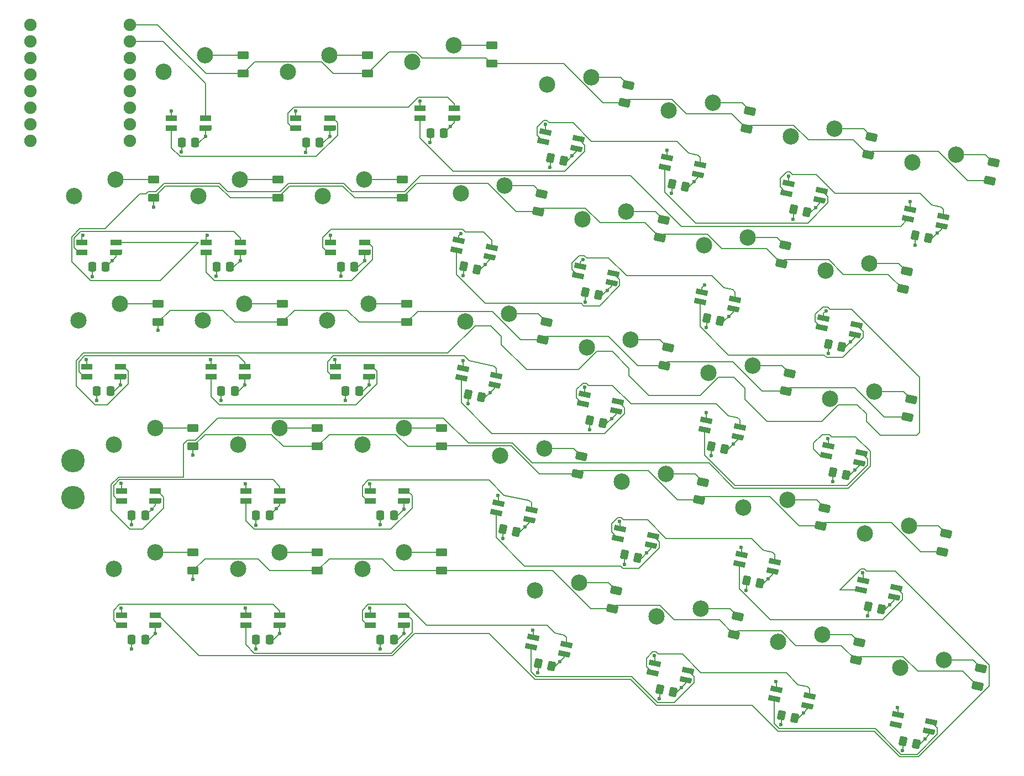
<source format=gbr>
%TF.GenerationSoftware,KiCad,Pcbnew,9.0.3*%
%TF.CreationDate,2025-11-25T19:45:44-05:00*%
%TF.ProjectId,Wren,5772656e-2e6b-4696-9361-645f70636258,rev?*%
%TF.SameCoordinates,Original*%
%TF.FileFunction,Copper,L4,Bot*%
%TF.FilePolarity,Positive*%
%FSLAX46Y46*%
G04 Gerber Fmt 4.6, Leading zero omitted, Abs format (unit mm)*
G04 Created by KiCad (PCBNEW 9.0.3) date 2025-11-25 19:45:44*
%MOMM*%
%LPD*%
G01*
G04 APERTURE LIST*
G04 Aperture macros list*
%AMRoundRect*
0 Rectangle with rounded corners*
0 $1 Rounding radius*
0 $2 $3 $4 $5 $6 $7 $8 $9 X,Y pos of 4 corners*
0 Add a 4 corners polygon primitive as box body*
4,1,4,$2,$3,$4,$5,$6,$7,$8,$9,$2,$3,0*
0 Add four circle primitives for the rounded corners*
1,1,$1+$1,$2,$3*
1,1,$1+$1,$4,$5*
1,1,$1+$1,$6,$7*
1,1,$1+$1,$8,$9*
0 Add four rect primitives between the rounded corners*
20,1,$1+$1,$2,$3,$4,$5,0*
20,1,$1+$1,$4,$5,$6,$7,0*
20,1,$1+$1,$6,$7,$8,$9,0*
20,1,$1+$1,$8,$9,$2,$3,0*%
%AMRotRect*
0 Rectangle, with rotation*
0 The origin of the aperture is its center*
0 $1 length*
0 $2 width*
0 $3 Rotation angle, in degrees counterclockwise*
0 Add horizontal line*
21,1,$1,$2,0,0,$3*%
%AMOutline5P*
0 Free polygon, 5 corners , with rotation*
0 The origin of the aperture is its center*
0 number of corners: always 5*
0 $1 to $10 corner X, Y*
0 $11 Rotation angle, in degrees counterclockwise*
0 create outline with 5 corners*
4,1,5,$1,$2,$3,$4,$5,$6,$7,$8,$9,$10,$1,$2,$11*%
%AMOutline6P*
0 Free polygon, 6 corners , with rotation*
0 The origin of the aperture is its center*
0 number of corners: always 6*
0 $1 to $12 corner X, Y*
0 $13 Rotation angle, in degrees counterclockwise*
0 create outline with 6 corners*
4,1,6,$1,$2,$3,$4,$5,$6,$7,$8,$9,$10,$11,$12,$1,$2,$13*%
%AMOutline7P*
0 Free polygon, 7 corners , with rotation*
0 The origin of the aperture is its center*
0 number of corners: always 7*
0 $1 to $14 corner X, Y*
0 $15 Rotation angle, in degrees counterclockwise*
0 create outline with 7 corners*
4,1,7,$1,$2,$3,$4,$5,$6,$7,$8,$9,$10,$11,$12,$13,$14,$1,$2,$15*%
%AMOutline8P*
0 Free polygon, 8 corners , with rotation*
0 The origin of the aperture is its center*
0 number of corners: always 8*
0 $1 to $16 corner X, Y*
0 $17 Rotation angle, in degrees counterclockwise*
0 create outline with 8 corners*
4,1,8,$1,$2,$3,$4,$5,$6,$7,$8,$9,$10,$11,$12,$13,$14,$15,$16,$1,$2,$17*%
G04 Aperture macros list end*
%TA.AperFunction,ComponentPad*%
%ADD10C,2.500000*%
%TD*%
%TA.AperFunction,SMDPad,CuDef*%
%ADD11RoundRect,0.250000X0.428883X0.394450X-0.231367X0.534790X-0.428883X-0.394450X0.231367X-0.534790X0*%
%TD*%
%TA.AperFunction,SMDPad,CuDef*%
%ADD12RoundRect,0.250000X0.533375X-0.496750X0.689309X0.236861X-0.533375X0.496750X-0.689309X-0.236861X0*%
%TD*%
%TA.AperFunction,SMDPad,CuDef*%
%ADD13RoundRect,0.250000X0.625000X-0.375000X0.625000X0.375000X-0.625000X0.375000X-0.625000X-0.375000X0*%
%TD*%
%TA.AperFunction,SMDPad,CuDef*%
%ADD14R,1.800000X0.820000*%
%TD*%
%TA.AperFunction,SMDPad,CuDef*%
%ADD15Outline5P,-0.900000X0.410000X0.900000X0.410000X0.900000X-0.246000X0.736000X-0.410000X-0.900000X-0.410000X0.000000*%
%TD*%
%TA.AperFunction,SMDPad,CuDef*%
%ADD16RoundRect,0.250000X0.337500X0.475000X-0.337500X0.475000X-0.337500X-0.475000X0.337500X-0.475000X0*%
%TD*%
%TA.AperFunction,SMDPad,CuDef*%
%ADD17RotRect,1.800000X0.820000X348.000000*%
%TD*%
%TA.AperFunction,SMDPad,CuDef*%
%ADD18Outline5P,-0.900000X0.410000X0.900000X0.410000X0.900000X-0.246000X0.736000X-0.410000X-0.900000X-0.410000X348.000000*%
%TD*%
%TA.AperFunction,ComponentPad*%
%ADD19C,3.600000*%
%TD*%
%TA.AperFunction,ComponentPad*%
%ADD20C,1.905000*%
%TD*%
%TA.AperFunction,ViaPad*%
%ADD21C,0.600000*%
%TD*%
%TA.AperFunction,Conductor*%
%ADD22C,0.200000*%
%TD*%
G04 APERTURE END LIST*
D10*
%TO.P,SW13,1,1*%
%TO.N,col5*%
X241463155Y-200246123D03*
%TO.P,SW13,2,2*%
%TO.N,Net-(D13-A)*%
X248202488Y-199081868D03*
%TD*%
D11*
%TO.P,C25,1*%
%TO.N,+5V*%
X212732726Y-244195692D03*
%TO.P,C25,2*%
%TO.N,GND*%
X210703070Y-243764276D03*
%TD*%
D12*
%TO.P,D19,1,K*%
%TO.N,row2*%
X235384431Y-218698030D03*
%TO.P,D19,2,A*%
%TO.N,Net-(D19-A)*%
X235966583Y-215959216D03*
%TD*%
%TO.P,D28,1,K*%
%TO.N,row3*%
X278008037Y-247233578D03*
%TO.P,D28,2,A*%
%TO.N,Net-(D28-A)*%
X278590189Y-244494764D03*
%TD*%
D10*
%TO.P,SW20,1,1*%
%TO.N,col5*%
X242160838Y-219870035D03*
%TO.P,SW20,2,2*%
%TO.N,Net-(D20-A)*%
X248900171Y-218705780D03*
%TD*%
D13*
%TO.P,D9,1,K*%
%TO.N,row1*%
X176210000Y-193000000D03*
%TO.P,D9,2,A*%
%TO.N,Net-(D9-A)*%
X176210000Y-190200000D03*
%TD*%
%TO.P,D8,1,K*%
%TO.N,row1*%
X157160000Y-193000000D03*
%TO.P,D8,2,A*%
%TO.N,Net-(D8-A)*%
X157160000Y-190200000D03*
%TD*%
D10*
%TO.P,SW24,1,1*%
%TO.N,col2*%
X189132000Y-230837500D03*
%TO.P,SW24,2,2*%
%TO.N,Net-(D24-A)*%
X195482000Y-228297500D03*
%TD*%
%TO.P,SW16,1,1*%
%TO.N,col1*%
X164732000Y-211787500D03*
%TO.P,SW16,2,2*%
%TO.N,Net-(D16-A)*%
X171082000Y-209247500D03*
%TD*%
D14*
%TO.P,D64,1,DOUT*%
%TO.N,Net-(D64-DOUT)*%
X152242000Y-258502500D03*
D15*
%TO.P,D64,2,VSS*%
%TO.N,+5V*%
X157442000Y-258502500D03*
D14*
%TO.P,D64,3,DIN*%
%TO.N,Net-(D63-DOUT)*%
X157442000Y-257002500D03*
%TO.P,D64,4,VDD*%
%TO.N,GND*%
X152242000Y-257002500D03*
%TD*%
D16*
%TO.P,C31,1*%
%TO.N,+5V*%
X193979500Y-260750000D03*
%TO.P,C31,2*%
%TO.N,GND*%
X191904500Y-260750000D03*
%TD*%
D11*
%TO.P,C35,1*%
%TO.N,+5V*%
X273989843Y-276691857D03*
%TO.P,C35,2*%
%TO.N,GND*%
X271960187Y-276260441D03*
%TD*%
D10*
%TO.P,SW28,1,1*%
%TO.N,col6*%
X266150731Y-244444865D03*
%TO.P,SW28,2,2*%
%TO.N,Net-(D28-A)*%
X272890064Y-243280610D03*
%TD*%
D16*
%TO.P,C16,1*%
%TO.N,+5V*%
X169579500Y-222650000D03*
%TO.P,C16,2*%
%TO.N,GND*%
X167504500Y-222650000D03*
%TD*%
D14*
%TO.P,D36,1,DOUT*%
%TO.N,Net-(D36-DOUT)*%
X159882000Y-182302500D03*
D15*
%TO.P,D36,2,VSS*%
%TO.N,+5V*%
X165082000Y-182302500D03*
D14*
%TO.P,D36,3,DIN*%
%TO.N,led*%
X165082000Y-180802500D03*
%TO.P,D36,4,VDD*%
%TO.N,GND*%
X159882000Y-180802500D03*
%TD*%
D10*
%TO.P,SW8,1,1*%
%TO.N,col0*%
X144982000Y-192737500D03*
%TO.P,SW8,2,2*%
%TO.N,Net-(D8-A)*%
X151332000Y-190197500D03*
%TD*%
D13*
%TO.P,D2,1,K*%
%TO.N,row0*%
X189900000Y-173950000D03*
%TO.P,D2,2,A*%
%TO.N,Net-(D2-A)*%
X189900000Y-171150000D03*
%TD*%
D10*
%TO.P,SW6,1,1*%
%TO.N,col5*%
X254740774Y-183592811D03*
%TO.P,SW6,2,2*%
%TO.N,Net-(D6-A)*%
X261480107Y-182428556D03*
%TD*%
%TO.P,SW5,1,1*%
%TO.N,col4*%
X236107062Y-179632093D03*
%TO.P,SW5,2,2*%
%TO.N,Net-(D5-A)*%
X242846395Y-178467838D03*
%TD*%
D17*
%TO.P,D67,1,DOUT*%
%TO.N,Net-(D67-DOUT)*%
X214997976Y-261855039D03*
D18*
%TO.P,D67,2,VSS*%
%TO.N,+5V*%
X220084345Y-262936180D03*
D17*
%TO.P,D67,3,DIN*%
%TO.N,Net-(D66-DOUT)*%
X220396214Y-261468959D03*
%TO.P,D67,4,VDD*%
%TO.N,GND*%
X215309845Y-260387818D03*
%TD*%
%TO.P,D40,1,DOUT*%
%TO.N,Net-(D40-DOUT)*%
X235499460Y-188310408D03*
D18*
%TO.P,D40,2,VSS*%
%TO.N,+5V*%
X240585829Y-189391549D03*
D17*
%TO.P,D40,3,DIN*%
%TO.N,Net-(D39-DOUT)*%
X240897698Y-187924328D03*
%TO.P,D40,4,VDD*%
%TO.N,GND*%
X235811329Y-186843187D03*
%TD*%
D19*
%TO.P,J4,1,Pin_1*%
%TO.N,GND*%
X144800000Y-238950000D03*
%TD*%
D12*
%TO.P,D34,1,K*%
%TO.N,row4*%
X264730307Y-263886872D03*
%TO.P,D34,2,A*%
%TO.N,Net-(D34-A)*%
X265312459Y-261148058D03*
%TD*%
D10*
%TO.P,SW19,1,1*%
%TO.N,col4*%
X223527126Y-215909317D03*
%TO.P,SW19,2,2*%
%TO.N,Net-(D19-A)*%
X230266459Y-214745062D03*
%TD*%
D11*
%TO.P,C13,1*%
%TO.N,+5V*%
X243946285Y-211879103D03*
%TO.P,C13,2*%
%TO.N,GND*%
X241916629Y-211447687D03*
%TD*%
D10*
%TO.P,SW25,1,1*%
%TO.N,col3*%
X210249596Y-232562712D03*
%TO.P,SW25,2,2*%
%TO.N,Net-(D25-A)*%
X216988929Y-231398457D03*
%TD*%
D11*
%TO.P,C28,1*%
%TO.N,+5V*%
X268633861Y-256077846D03*
%TO.P,C28,2*%
%TO.N,GND*%
X266604205Y-255646430D03*
%TD*%
D14*
%TO.P,D37,1,DOUT*%
%TO.N,Net-(D37-DOUT)*%
X178932000Y-182302500D03*
D15*
%TO.P,D37,2,VSS*%
%TO.N,+5V*%
X184132000Y-182302500D03*
D14*
%TO.P,D37,3,DIN*%
%TO.N,Net-(D36-DOUT)*%
X184132000Y-180802500D03*
%TO.P,D37,4,VDD*%
%TO.N,GND*%
X178932000Y-180802500D03*
%TD*%
D12*
%TO.P,D21,1,K*%
%TO.N,row2*%
X272651855Y-226619466D03*
%TO.P,D21,2,A*%
%TO.N,Net-(D21-A)*%
X273234007Y-223880652D03*
%TD*%
D10*
%TO.P,SW30,1,1*%
%TO.N,col1*%
X170082000Y-249887500D03*
%TO.P,SW30,2,2*%
%TO.N,Net-(D30-A)*%
X176432000Y-247347500D03*
%TD*%
%TO.P,SW21,1,1*%
%TO.N,col6*%
X260794549Y-223830753D03*
%TO.P,SW21,2,2*%
%TO.N,Net-(D21-A)*%
X267533882Y-222666498D03*
%TD*%
%TO.P,SW3,1,1*%
%TO.N,col2*%
X196772000Y-172187100D03*
%TO.P,SW3,2,2*%
%TO.N,Net-(D3-A)*%
X203122000Y-169647100D03*
%TD*%
D14*
%TO.P,D50,1,DOUT*%
%TO.N,Net-(D50-DOUT)*%
X146892000Y-220402500D03*
D15*
%TO.P,D50,2,VSS*%
%TO.N,+5V*%
X152092000Y-220402500D03*
D14*
%TO.P,D50,3,DIN*%
%TO.N,Net-(D49-DOUT)*%
X152092000Y-218902500D03*
%TO.P,D50,4,VDD*%
%TO.N,GND*%
X146892000Y-218902500D03*
%TD*%
D10*
%TO.P,SW18,1,1*%
%TO.N,col3*%
X204893414Y-211948600D03*
%TO.P,SW18,2,2*%
%TO.N,Net-(D18-A)*%
X211632747Y-210784345D03*
%TD*%
D19*
%TO.P,J3,1,Pin_1*%
%TO.N,+5V*%
X144800000Y-233300000D03*
%TD*%
D10*
%TO.P,SW23,1,1*%
%TO.N,col1*%
X170082000Y-230837500D03*
%TO.P,SW23,2,2*%
%TO.N,Net-(D23-A)*%
X176432000Y-228297500D03*
%TD*%
D14*
%TO.P,D38,1,DOUT*%
%TO.N,Net-(D38-DOUT)*%
X197982000Y-180802100D03*
D15*
%TO.P,D38,2,VSS*%
%TO.N,+5V*%
X203182000Y-180802100D03*
D14*
%TO.P,D38,3,DIN*%
%TO.N,Net-(D37-DOUT)*%
X203182000Y-179302100D03*
%TO.P,D38,4,VDD*%
%TO.N,GND*%
X197982000Y-179302100D03*
%TD*%
D10*
%TO.P,SW4,1,1*%
%TO.N,col3*%
X217473350Y-175671376D03*
%TO.P,SW4,2,2*%
%TO.N,Net-(D4-A)*%
X224212683Y-174507121D03*
%TD*%
D12*
%TO.P,D35,1,K*%
%TO.N,row4*%
X283364019Y-267847590D03*
%TO.P,D35,2,A*%
%TO.N,Net-(D35-A)*%
X283946171Y-265108776D03*
%TD*%
D13*
%TO.P,D17,1,K*%
%TO.N,row2*%
X195960000Y-212050000D03*
%TO.P,D17,2,A*%
%TO.N,Net-(D17-A)*%
X195960000Y-209250000D03*
%TD*%
D14*
%TO.P,D58,1,DOUT*%
%TO.N,Net-(D58-DOUT)*%
X171292000Y-239452500D03*
D15*
%TO.P,D58,2,VSS*%
%TO.N,+5V*%
X176492000Y-239452500D03*
D14*
%TO.P,D58,3,DIN*%
%TO.N,Net-(D57-DOUT)*%
X176492000Y-237952500D03*
%TO.P,D58,4,VDD*%
%TO.N,GND*%
X171292000Y-237952500D03*
%TD*%
D17*
%TO.P,D46,1,DOUT*%
%TO.N,Net-(D46-DOUT)*%
X203588130Y-201003003D03*
D18*
%TO.P,D46,2,VSS*%
%TO.N,+5V*%
X208674499Y-202084144D03*
D17*
%TO.P,D46,3,DIN*%
%TO.N,Net-(D45-DOUT)*%
X208986368Y-200616923D03*
%TO.P,D46,4,VDD*%
%TO.N,GND*%
X203899999Y-199535782D03*
%TD*%
D16*
%TO.P,C24,1*%
%TO.N,+5V*%
X193979500Y-241700000D03*
%TO.P,C24,2*%
%TO.N,GND*%
X191904500Y-241700000D03*
%TD*%
D10*
%TO.P,SW34,1,1*%
%TO.N,col5*%
X252873002Y-261098159D03*
%TO.P,SW34,2,2*%
%TO.N,Net-(D34-A)*%
X259612335Y-259933904D03*
%TD*%
D16*
%TO.P,C22,1*%
%TO.N,+5V*%
X155879500Y-241700000D03*
%TO.P,C22,2*%
%TO.N,GND*%
X153804500Y-241700000D03*
%TD*%
D12*
%TO.P,D32,1,K*%
%TO.N,row4*%
X227462883Y-255965437D03*
%TO.P,D32,2,A*%
%TO.N,Net-(D32-A)*%
X228045035Y-253226623D03*
%TD*%
D17*
%TO.P,D55,1,DOUT*%
%TO.N,Net-(D55-DOUT)*%
X241553236Y-228548350D03*
D18*
%TO.P,D55,2,VSS*%
%TO.N,+5V*%
X246639605Y-229629491D03*
D17*
%TO.P,D55,3,DIN*%
%TO.N,Net-(D54-DOUT)*%
X246951474Y-228162270D03*
%TO.P,D55,4,VDD*%
%TO.N,GND*%
X241865105Y-227081129D03*
%TD*%
D11*
%TO.P,C34,1*%
%TO.N,+5V*%
X255356132Y-272731139D03*
%TO.P,C34,2*%
%TO.N,GND*%
X253326476Y-272299723D03*
%TD*%
D12*
%TO.P,D27,1,K*%
%TO.N,row3*%
X259374325Y-243272861D03*
%TO.P,D27,2,A*%
%TO.N,Net-(D27-A)*%
X259956477Y-240534047D03*
%TD*%
D14*
%TO.P,D59,1,DOUT*%
%TO.N,Net-(D59-DOUT)*%
X190342000Y-239452500D03*
D15*
%TO.P,D59,2,VSS*%
%TO.N,+5V*%
X195542000Y-239452500D03*
D14*
%TO.P,D59,3,DIN*%
%TO.N,Net-(D58-DOUT)*%
X195542000Y-237952500D03*
%TO.P,D59,4,VDD*%
%TO.N,GND*%
X190342000Y-237952500D03*
%TD*%
D10*
%TO.P,SW11,1,1*%
%TO.N,col3*%
X204195732Y-192324688D03*
%TO.P,SW11,2,2*%
%TO.N,Net-(D11-A)*%
X210935065Y-191160433D03*
%TD*%
D12*
%TO.P,D12,1,K*%
%TO.N,row1*%
X234686749Y-199074119D03*
%TO.P,D12,2,A*%
%TO.N,Net-(D12-A)*%
X235268901Y-196335305D03*
%TD*%
D10*
%TO.P,SW32,1,1*%
%TO.N,col3*%
X215605578Y-253176724D03*
%TO.P,SW32,2,2*%
%TO.N,Net-(D32-A)*%
X222344911Y-252012469D03*
%TD*%
D11*
%TO.P,C5,1*%
%TO.N,+5V*%
X238590192Y-191265074D03*
%TO.P,C5,2*%
%TO.N,GND*%
X236560536Y-190833658D03*
%TD*%
D10*
%TO.P,SW9,1,1*%
%TO.N,col1*%
X164032000Y-192737500D03*
%TO.P,SW9,2,2*%
%TO.N,Net-(D9-A)*%
X170382000Y-190197500D03*
%TD*%
D11*
%TO.P,C20,1*%
%TO.N,+5V*%
X244643968Y-231503015D03*
%TO.P,C20,2*%
%TO.N,GND*%
X242614312Y-231071599D03*
%TD*%
D17*
%TO.P,D62,1,DOUT*%
%TO.N,Net-(D62-DOUT)*%
X246909418Y-249162462D03*
D18*
%TO.P,D62,2,VSS*%
%TO.N,+5V*%
X251995787Y-250243603D03*
D17*
%TO.P,D62,3,DIN*%
%TO.N,Net-(D61-DOUT)*%
X252307656Y-248776382D03*
%TO.P,D62,4,VDD*%
%TO.N,GND*%
X247221287Y-247695241D03*
%TD*%
D12*
%TO.P,D20,1,K*%
%TO.N,row2*%
X254018143Y-222658748D03*
%TO.P,D20,2,A*%
%TO.N,Net-(D20-A)*%
X254600295Y-219919934D03*
%TD*%
D17*
%TO.P,D42,1,DOUT*%
%TO.N,Net-(D42-DOUT)*%
X272766884Y-196231844D03*
D18*
%TO.P,D42,2,VSS*%
%TO.N,+5V*%
X277853253Y-197312985D03*
D17*
%TO.P,D42,3,DIN*%
%TO.N,Net-(D41-DOUT)*%
X278165122Y-195845764D03*
%TO.P,D42,4,VDD*%
%TO.N,GND*%
X273078753Y-194764623D03*
%TD*%
D10*
%TO.P,SW7,1,1*%
%TO.N,col6*%
X273374486Y-187553529D03*
%TO.P,SW7,2,2*%
%TO.N,Net-(D7-A)*%
X280113819Y-186389274D03*
%TD*%
D13*
%TO.P,D1,1,K*%
%TO.N,row0*%
X170850000Y-173950000D03*
%TO.P,D1,2,A*%
%TO.N,Net-(D1-A)*%
X170850000Y-171150000D03*
%TD*%
D10*
%TO.P,SW10,1,1*%
%TO.N,col2*%
X183082000Y-192737500D03*
%TO.P,SW10,2,2*%
%TO.N,Net-(D10-A)*%
X189432000Y-190197500D03*
%TD*%
D11*
%TO.P,C12,1*%
%TO.N,+5V*%
X225312574Y-207918386D03*
%TO.P,C12,2*%
%TO.N,GND*%
X223282918Y-207486970D03*
%TD*%
D16*
%TO.P,C2,1*%
%TO.N,+5V*%
X182569500Y-184550000D03*
%TO.P,C2,2*%
%TO.N,GND*%
X180494500Y-184550000D03*
%TD*%
D12*
%TO.P,D26,1,K*%
%TO.N,row3*%
X240740613Y-239312143D03*
%TO.P,D26,2,A*%
%TO.N,Net-(D26-A)*%
X241322765Y-236573329D03*
%TD*%
D16*
%TO.P,C17,1*%
%TO.N,+5V*%
X188629500Y-222650000D03*
%TO.P,C17,2*%
%TO.N,GND*%
X186554500Y-222650000D03*
%TD*%
%TO.P,C29,1*%
%TO.N,+5V*%
X155879500Y-260750000D03*
%TO.P,C29,2*%
%TO.N,GND*%
X153804500Y-260750000D03*
%TD*%
D11*
%TO.P,C14,1*%
%TO.N,+5V*%
X262579997Y-215839821D03*
%TO.P,C14,2*%
%TO.N,GND*%
X260550341Y-215408405D03*
%TD*%
D13*
%TO.P,D23,1,K*%
%TO.N,row3*%
X182260000Y-231100000D03*
%TO.P,D23,2,A*%
%TO.N,Net-(D23-A)*%
X182260000Y-228300000D03*
%TD*%
D17*
%TO.P,D48,1,DOUT*%
%TO.N,Net-(D48-DOUT)*%
X240855554Y-208924438D03*
D18*
%TO.P,D48,2,VSS*%
%TO.N,+5V*%
X245941923Y-210005579D03*
D17*
%TO.P,D48,3,DIN*%
%TO.N,Net-(D47-DOUT)*%
X246253792Y-208538358D03*
%TO.P,D48,4,VDD*%
%TO.N,GND*%
X241167423Y-207457217D03*
%TD*%
D10*
%TO.P,SW26,1,1*%
%TO.N,col4*%
X228883308Y-236523430D03*
%TO.P,SW26,2,2*%
%TO.N,Net-(D26-A)*%
X235622641Y-235359175D03*
%TD*%
D17*
%TO.P,D63,1,DOUT*%
%TO.N,Net-(D63-DOUT)*%
X265543130Y-253123180D03*
D18*
%TO.P,D63,2,VSS*%
%TO.N,+5V*%
X270629499Y-254204321D03*
D17*
%TO.P,D63,3,DIN*%
%TO.N,Net-(D62-DOUT)*%
X270941368Y-252737100D03*
%TO.P,D63,4,VDD*%
%TO.N,GND*%
X265854999Y-251655959D03*
%TD*%
D13*
%TO.P,D29,1,K*%
%TO.N,row4*%
X163210000Y-250150000D03*
%TO.P,D29,2,A*%
%TO.N,Net-(D29-A)*%
X163210000Y-247350000D03*
%TD*%
D17*
%TO.P,D49,1,DOUT*%
%TO.N,Net-(D49-DOUT)*%
X259489265Y-212885156D03*
D18*
%TO.P,D49,2,VSS*%
%TO.N,+5V*%
X264575634Y-213966297D03*
D17*
%TO.P,D49,3,DIN*%
%TO.N,Net-(D48-DOUT)*%
X264887503Y-212499076D03*
%TO.P,D49,4,VDD*%
%TO.N,GND*%
X259801134Y-211417935D03*
%TD*%
D12*
%TO.P,D4,1,K*%
%TO.N,row0*%
X229330656Y-178460089D03*
%TO.P,D4,2,A*%
%TO.N,Net-(D4-A)*%
X229912808Y-175721275D03*
%TD*%
D17*
%TO.P,D41,1,DOUT*%
%TO.N,Net-(D41-DOUT)*%
X254133172Y-192271126D03*
D18*
%TO.P,D41,2,VSS*%
%TO.N,+5V*%
X259219541Y-193352267D03*
D17*
%TO.P,D41,3,DIN*%
%TO.N,Net-(D40-DOUT)*%
X259531410Y-191885046D03*
%TO.P,D41,4,VDD*%
%TO.N,GND*%
X254445041Y-190803905D03*
%TD*%
D14*
%TO.P,D65,1,DOUT*%
%TO.N,Net-(D65-DOUT)*%
X171292000Y-258502500D03*
D15*
%TO.P,D65,2,VSS*%
%TO.N,+5V*%
X176492000Y-258502500D03*
D14*
%TO.P,D65,3,DIN*%
%TO.N,Net-(D64-DOUT)*%
X176492000Y-257002500D03*
%TO.P,D65,4,VDD*%
%TO.N,GND*%
X171292000Y-257002500D03*
%TD*%
D12*
%TO.P,D33,1,K*%
%TO.N,row4*%
X246096595Y-259926154D03*
%TO.P,D33,2,A*%
%TO.N,Net-(D33-A)*%
X246678747Y-257187340D03*
%TD*%
D17*
%TO.P,D53,1,DOUT*%
%TO.N,Net-(D53-DOUT)*%
X204285812Y-220626915D03*
D18*
%TO.P,D53,2,VSS*%
%TO.N,+5V*%
X209372181Y-221708056D03*
D17*
%TO.P,D53,3,DIN*%
%TO.N,Net-(D52-DOUT)*%
X209684050Y-220240835D03*
%TO.P,D53,4,VDD*%
%TO.N,GND*%
X204597681Y-219159694D03*
%TD*%
D14*
%TO.P,D52,1,DOUT*%
%TO.N,Net-(D52-DOUT)*%
X184992000Y-220402500D03*
D15*
%TO.P,D52,2,VSS*%
%TO.N,+5V*%
X190192000Y-220402500D03*
D14*
%TO.P,D52,3,DIN*%
%TO.N,Net-(D51-DOUT)*%
X190192000Y-218902500D03*
%TO.P,D52,4,VDD*%
%TO.N,GND*%
X184992000Y-218902500D03*
%TD*%
%TO.P,D43,1,DOUT*%
%TO.N,Net-(D43-DOUT)*%
X146192000Y-201352500D03*
D15*
%TO.P,D43,2,VSS*%
%TO.N,+5V*%
X151392000Y-201352500D03*
D14*
%TO.P,D43,3,DIN*%
%TO.N,Net-(D42-DOUT)*%
X151392000Y-199852500D03*
%TO.P,D43,4,VDD*%
%TO.N,GND*%
X146192000Y-199852500D03*
%TD*%
D17*
%TO.P,D56,1,DOUT*%
%TO.N,Net-(D56-DOUT)*%
X260186948Y-232509068D03*
D18*
%TO.P,D56,2,VSS*%
%TO.N,+5V*%
X265273317Y-233590209D03*
D17*
%TO.P,D56,3,DIN*%
%TO.N,Net-(D55-DOUT)*%
X265585186Y-232122988D03*
%TO.P,D56,4,VDD*%
%TO.N,GND*%
X260498817Y-231041847D03*
%TD*%
D11*
%TO.P,C4,1*%
%TO.N,+5V*%
X219956480Y-187304356D03*
%TO.P,C4,2*%
%TO.N,GND*%
X217926824Y-186872940D03*
%TD*%
D12*
%TO.P,D6,1,K*%
%TO.N,row0*%
X266598079Y-186381524D03*
%TO.P,D6,2,A*%
%TO.N,Net-(D6-A)*%
X267180231Y-183642710D03*
%TD*%
D17*
%TO.P,D60,1,DOUT*%
%TO.N,Net-(D60-DOUT)*%
X209641994Y-241241027D03*
D18*
%TO.P,D60,2,VSS*%
%TO.N,+5V*%
X214728363Y-242322168D03*
D17*
%TO.P,D60,3,DIN*%
%TO.N,Net-(D59-DOUT)*%
X215040232Y-240854947D03*
%TO.P,D60,4,VDD*%
%TO.N,GND*%
X209953863Y-239773806D03*
%TD*%
D14*
%TO.P,D44,1,DOUT*%
%TO.N,Net-(D44-DOUT)*%
X165242000Y-201352500D03*
D15*
%TO.P,D44,2,VSS*%
%TO.N,+5V*%
X170442000Y-201352500D03*
D14*
%TO.P,D44,3,DIN*%
%TO.N,Net-(D43-DOUT)*%
X170442000Y-199852500D03*
%TO.P,D44,4,VDD*%
%TO.N,GND*%
X165242000Y-199852500D03*
%TD*%
D17*
%TO.P,D54,1,DOUT*%
%TO.N,Net-(D54-DOUT)*%
X222919524Y-224587632D03*
D18*
%TO.P,D54,2,VSS*%
%TO.N,+5V*%
X228005893Y-225668773D03*
D17*
%TO.P,D54,3,DIN*%
%TO.N,Net-(D53-DOUT)*%
X228317762Y-224201552D03*
%TO.P,D54,4,VDD*%
%TO.N,GND*%
X223231393Y-223120411D03*
%TD*%
D14*
%TO.P,D51,1,DOUT*%
%TO.N,Net-(D51-DOUT)*%
X165942000Y-220402500D03*
D15*
%TO.P,D51,2,VSS*%
%TO.N,+5V*%
X171142000Y-220402500D03*
D14*
%TO.P,D51,3,DIN*%
%TO.N,Net-(D50-DOUT)*%
X171142000Y-218902500D03*
%TO.P,D51,4,VDD*%
%TO.N,GND*%
X165942000Y-218902500D03*
%TD*%
D11*
%TO.P,C27,1*%
%TO.N,+5V*%
X250000150Y-252117128D03*
%TO.P,C27,2*%
%TO.N,GND*%
X247970494Y-251685712D03*
%TD*%
D16*
%TO.P,C15,1*%
%TO.N,+5V*%
X150529500Y-222650000D03*
%TO.P,C15,2*%
%TO.N,GND*%
X148454500Y-222650000D03*
%TD*%
D11*
%TO.P,C11,1*%
%TO.N,+5V*%
X206678862Y-203957668D03*
%TO.P,C11,2*%
%TO.N,GND*%
X204649206Y-203526252D03*
%TD*%
D10*
%TO.P,SW15,1,1*%
%TO.N,col0*%
X145682000Y-211787500D03*
%TO.P,SW15,2,2*%
%TO.N,Net-(D15-A)*%
X152032000Y-209247500D03*
%TD*%
D14*
%TO.P,D45,1,DOUT*%
%TO.N,Net-(D45-DOUT)*%
X184292000Y-201352500D03*
D15*
%TO.P,D45,2,VSS*%
%TO.N,+5V*%
X189492000Y-201352500D03*
D14*
%TO.P,D45,3,DIN*%
%TO.N,Net-(D44-DOUT)*%
X189492000Y-199852500D03*
%TO.P,D45,4,VDD*%
%TO.N,GND*%
X184292000Y-199852500D03*
%TD*%
D13*
%TO.P,D24,1,K*%
%TO.N,row3*%
X201310000Y-231100000D03*
%TO.P,D24,2,A*%
%TO.N,Net-(D24-A)*%
X201310000Y-228300000D03*
%TD*%
D10*
%TO.P,SW1,1,1*%
%TO.N,col0*%
X158672000Y-173687500D03*
%TO.P,SW1,2,2*%
%TO.N,Net-(D1-A)*%
X165022000Y-171147500D03*
%TD*%
D13*
%TO.P,D3,1,K*%
%TO.N,row0*%
X208950000Y-172449600D03*
%TO.P,D3,2,A*%
%TO.N,Net-(D3-A)*%
X208950000Y-169649600D03*
%TD*%
%TO.P,D30,1,K*%
%TO.N,row4*%
X182260000Y-250150000D03*
%TO.P,D30,2,A*%
%TO.N,Net-(D30-A)*%
X182260000Y-247350000D03*
%TD*%
%TO.P,D16,1,K*%
%TO.N,row2*%
X176910000Y-212050000D03*
%TO.P,D16,2,A*%
%TO.N,Net-(D16-A)*%
X176910000Y-209250000D03*
%TD*%
%TO.P,D31,1,K*%
%TO.N,row4*%
X201310000Y-250150000D03*
%TO.P,D31,2,A*%
%TO.N,Net-(D31-A)*%
X201310000Y-247350000D03*
%TD*%
D10*
%TO.P,SW22,1,1*%
%TO.N,col0*%
X151032000Y-230837500D03*
%TO.P,SW22,2,2*%
%TO.N,Net-(D22-A)*%
X157382000Y-228297500D03*
%TD*%
D16*
%TO.P,C1,1*%
%TO.N,+5V*%
X163519500Y-184550000D03*
%TO.P,C1,2*%
%TO.N,GND*%
X161444500Y-184550000D03*
%TD*%
D11*
%TO.P,C21,1*%
%TO.N,+5V*%
X263277679Y-235463733D03*
%TO.P,C21,2*%
%TO.N,GND*%
X261248023Y-235032317D03*
%TD*%
D12*
%TO.P,D14,1,K*%
%TO.N,row1*%
X271954173Y-206995554D03*
%TO.P,D14,2,A*%
%TO.N,Net-(D14-A)*%
X272536325Y-204256740D03*
%TD*%
D10*
%TO.P,SW33,1,1*%
%TO.N,col4*%
X234239290Y-257137442D03*
%TO.P,SW33,2,2*%
%TO.N,Net-(D33-A)*%
X240978623Y-255973187D03*
%TD*%
D16*
%TO.P,C8,1*%
%TO.N,+5V*%
X149829500Y-203600000D03*
%TO.P,C8,2*%
%TO.N,GND*%
X147754500Y-203600000D03*
%TD*%
D17*
%TO.P,D70,1,DOUT*%
%TO.N,unconnected-(D70-DOUT-Pad1)*%
X270899112Y-273737192D03*
D18*
%TO.P,D70,2,VSS*%
%TO.N,+5V*%
X275985481Y-274818333D03*
D17*
%TO.P,D70,3,DIN*%
%TO.N,Net-(D69-DOUT)*%
X276297350Y-273351112D03*
%TO.P,D70,4,VDD*%
%TO.N,GND*%
X271210981Y-272269971D03*
%TD*%
D16*
%TO.P,C3,1*%
%TO.N,+5V*%
X201619500Y-183049600D03*
%TO.P,C3,2*%
%TO.N,GND*%
X199544500Y-183049600D03*
%TD*%
D10*
%TO.P,SW17,1,1*%
%TO.N,col2*%
X183782000Y-211787500D03*
%TO.P,SW17,2,2*%
%TO.N,Net-(D17-A)*%
X190132000Y-209247500D03*
%TD*%
D12*
%TO.P,D18,1,K*%
%TO.N,row2*%
X216750719Y-214737313D03*
%TO.P,D18,2,A*%
%TO.N,Net-(D18-A)*%
X217332871Y-211998499D03*
%TD*%
%TO.P,D11,1,K*%
%TO.N,row1*%
X216053037Y-195113401D03*
%TO.P,D11,2,A*%
%TO.N,Net-(D11-A)*%
X216635189Y-192374587D03*
%TD*%
D11*
%TO.P,C18,1*%
%TO.N,+5V*%
X207376544Y-223581580D03*
%TO.P,C18,2*%
%TO.N,GND*%
X205346888Y-223150164D03*
%TD*%
D13*
%TO.P,D10,1,K*%
%TO.N,row1*%
X195260000Y-193000000D03*
%TO.P,D10,2,A*%
%TO.N,Net-(D10-A)*%
X195260000Y-190200000D03*
%TD*%
D10*
%TO.P,SW35,1,1*%
%TO.N,col6*%
X271506713Y-265058877D03*
%TO.P,SW35,2,2*%
%TO.N,Net-(D35-A)*%
X278246046Y-263894622D03*
%TD*%
D17*
%TO.P,D61,1,DOUT*%
%TO.N,Net-(D61-DOUT)*%
X228275706Y-245201745D03*
D18*
%TO.P,D61,2,VSS*%
%TO.N,+5V*%
X233362075Y-246282886D03*
D17*
%TO.P,D61,3,DIN*%
%TO.N,Net-(D60-DOUT)*%
X233673944Y-244815665D03*
%TO.P,D61,4,VDD*%
%TO.N,GND*%
X228587575Y-243734524D03*
%TD*%
D11*
%TO.P,C7,1*%
%TO.N,+5V*%
X275857616Y-199186509D03*
%TO.P,C7,2*%
%TO.N,GND*%
X273827960Y-198755093D03*
%TD*%
D10*
%TO.P,SW12,1,1*%
%TO.N,col4*%
X222829444Y-196285406D03*
%TO.P,SW12,2,2*%
%TO.N,Net-(D12-A)*%
X229568777Y-195121151D03*
%TD*%
D14*
%TO.P,D66,1,DOUT*%
%TO.N,Net-(D66-DOUT)*%
X190342000Y-258502500D03*
D15*
%TO.P,D66,2,VSS*%
%TO.N,+5V*%
X195542000Y-258502500D03*
D14*
%TO.P,D66,3,DIN*%
%TO.N,Net-(D65-DOUT)*%
X195542000Y-257002500D03*
%TO.P,D66,4,VDD*%
%TO.N,GND*%
X190342000Y-257002500D03*
%TD*%
D10*
%TO.P,SW14,1,1*%
%TO.N,col6*%
X260096867Y-204206841D03*
%TO.P,SW14,2,2*%
%TO.N,Net-(D14-A)*%
X266836200Y-203042586D03*
%TD*%
D11*
%TO.P,C33,1*%
%TO.N,+5V*%
X236722420Y-268770422D03*
%TO.P,C33,2*%
%TO.N,GND*%
X234692764Y-268339006D03*
%TD*%
%TO.P,C26,1*%
%TO.N,+5V*%
X231366438Y-248156410D03*
%TO.P,C26,2*%
%TO.N,GND*%
X229336782Y-247724994D03*
%TD*%
D12*
%TO.P,D13,1,K*%
%TO.N,row1*%
X253320461Y-203034836D03*
%TO.P,D13,2,A*%
%TO.N,Net-(D13-A)*%
X253902613Y-200296022D03*
%TD*%
D11*
%TO.P,C32,1*%
%TO.N,+5V*%
X218088708Y-264809704D03*
%TO.P,C32,2*%
%TO.N,GND*%
X216059052Y-264378288D03*
%TD*%
D17*
%TO.P,D69,1,DOUT*%
%TO.N,Net-(D69-DOUT)*%
X252265400Y-269776474D03*
D18*
%TO.P,D69,2,VSS*%
%TO.N,+5V*%
X257351769Y-270857615D03*
D17*
%TO.P,D69,3,DIN*%
%TO.N,Net-(D68-DOUT)*%
X257663638Y-269390394D03*
%TO.P,D69,4,VDD*%
%TO.N,GND*%
X252577269Y-268309253D03*
%TD*%
D13*
%TO.P,D15,1,K*%
%TO.N,row2*%
X157860000Y-212050000D03*
%TO.P,D15,2,A*%
%TO.N,Net-(D15-A)*%
X157860000Y-209250000D03*
%TD*%
D11*
%TO.P,C6,1*%
%TO.N,+5V*%
X257223904Y-195225791D03*
%TO.P,C6,2*%
%TO.N,GND*%
X255194248Y-194794375D03*
%TD*%
D16*
%TO.P,C10,1*%
%TO.N,+5V*%
X187929500Y-203600000D03*
%TO.P,C10,2*%
%TO.N,GND*%
X185854500Y-203600000D03*
%TD*%
D12*
%TO.P,D5,1,K*%
%TO.N,row0*%
X247964368Y-182420806D03*
%TO.P,D5,2,A*%
%TO.N,Net-(D5-A)*%
X248546520Y-179681992D03*
%TD*%
D16*
%TO.P,C30,1*%
%TO.N,+5V*%
X174929500Y-260750000D03*
%TO.P,C30,2*%
%TO.N,GND*%
X172854500Y-260750000D03*
%TD*%
D17*
%TO.P,D39,1,DOUT*%
%TO.N,Net-(D39-DOUT)*%
X216865749Y-184349690D03*
D18*
%TO.P,D39,2,VSS*%
%TO.N,+5V*%
X221952118Y-185430831D03*
D17*
%TO.P,D39,3,DIN*%
%TO.N,Net-(D38-DOUT)*%
X222263987Y-183963610D03*
%TO.P,D39,4,VDD*%
%TO.N,GND*%
X217177618Y-182882469D03*
%TD*%
D12*
%TO.P,D25,1,K*%
%TO.N,row3*%
X222106901Y-235351425D03*
%TO.P,D25,2,A*%
%TO.N,Net-(D25-A)*%
X222689053Y-232612611D03*
%TD*%
D10*
%TO.P,SW27,1,1*%
%TO.N,col5*%
X247517020Y-240484148D03*
%TO.P,SW27,2,2*%
%TO.N,Net-(D27-A)*%
X254256353Y-239319893D03*
%TD*%
D11*
%TO.P,C19,1*%
%TO.N,+5V*%
X226010256Y-227542298D03*
%TO.P,C19,2*%
%TO.N,GND*%
X223980600Y-227110882D03*
%TD*%
D17*
%TO.P,D47,1,DOUT*%
%TO.N,Net-(D47-DOUT)*%
X222221842Y-204963720D03*
D18*
%TO.P,D47,2,VSS*%
%TO.N,+5V*%
X227308211Y-206044861D03*
D17*
%TO.P,D47,3,DIN*%
%TO.N,Net-(D46-DOUT)*%
X227620080Y-204577640D03*
%TO.P,D47,4,VDD*%
%TO.N,GND*%
X222533711Y-203496499D03*
%TD*%
D10*
%TO.P,SW31,1,1*%
%TO.N,col2*%
X189132000Y-249887500D03*
%TO.P,SW31,2,2*%
%TO.N,Net-(D31-A)*%
X195482000Y-247347500D03*
%TD*%
D16*
%TO.P,C9,1*%
%TO.N,+5V*%
X168879500Y-203600000D03*
%TO.P,C9,2*%
%TO.N,GND*%
X166804500Y-203600000D03*
%TD*%
D20*
%TO.P,U1,0,GPIO0*%
%TO.N,col0*%
X138310000Y-184250000D03*
%TO.P,U1,1,GPIO1*%
%TO.N,col1*%
X138310000Y-181710000D03*
%TO.P,U1,2,GPIO2*%
%TO.N,col2*%
X138310000Y-179170000D03*
%TO.P,U1,3,GPIO3*%
%TO.N,col3*%
X138310000Y-176630000D03*
%TO.P,U1,3.3,3V3*%
%TO.N,unconnected-(U1-3V3-Pad3.3)*%
X138310000Y-171550000D03*
%TO.P,U1,4,GPIO4*%
%TO.N,col4*%
X138310000Y-174090000D03*
%TO.P,U1,5,GPIO5*%
%TO.N,row0*%
X153550000Y-166470000D03*
%TO.P,U1,5V,5V*%
%TO.N,+5V*%
X138310000Y-166470000D03*
%TO.P,U1,6,GPIO6*%
%TO.N,led*%
X153550000Y-169010000D03*
%TO.P,U1,7,GPIO7*%
%TO.N,row4*%
X153550000Y-171550000D03*
%TO.P,U1,8,GPIO8*%
%TO.N,row3*%
X153550000Y-174090000D03*
%TO.P,U1,9,GPIO9*%
%TO.N,row2*%
X153550000Y-176630000D03*
%TO.P,U1,10,GPIO10*%
%TO.N,row1*%
X153550000Y-179170000D03*
%TO.P,U1,20,GPIO20*%
%TO.N,col6*%
X153550000Y-181710000D03*
%TO.P,U1,21,GPIO21*%
%TO.N,col5*%
X153550000Y-184250000D03*
%TO.P,U1,G,GND*%
%TO.N,GND*%
X138310000Y-169010000D03*
%TD*%
D12*
%TO.P,D7,2,A*%
%TO.N,Net-(D7-A)*%
X285813943Y-187603428D03*
%TO.P,D7,1,K*%
%TO.N,row0*%
X285231791Y-190342242D03*
%TD*%
D13*
%TO.P,D22,1,K*%
%TO.N,row3*%
X163210000Y-231100000D03*
%TO.P,D22,2,A*%
%TO.N,Net-(D22-A)*%
X163210000Y-228300000D03*
%TD*%
D10*
%TO.P,SW2,1,1*%
%TO.N,col1*%
X177722000Y-173687500D03*
%TO.P,SW2,2,2*%
%TO.N,Net-(D2-A)*%
X184072000Y-171147500D03*
%TD*%
D17*
%TO.P,D68,1,DOUT*%
%TO.N,Net-(D68-DOUT)*%
X233631688Y-265815756D03*
D18*
%TO.P,D68,2,VSS*%
%TO.N,+5V*%
X238718057Y-266896897D03*
D17*
%TO.P,D68,3,DIN*%
%TO.N,Net-(D67-DOUT)*%
X239029926Y-265429676D03*
%TO.P,D68,4,VDD*%
%TO.N,GND*%
X233943557Y-264348535D03*
%TD*%
D10*
%TO.P,SW29,1,1*%
%TO.N,col0*%
X151032000Y-249887500D03*
%TO.P,SW29,2,2*%
%TO.N,Net-(D29-A)*%
X157382000Y-247347500D03*
%TD*%
D14*
%TO.P,D57,1,DOUT*%
%TO.N,Net-(D57-DOUT)*%
X152242000Y-239452500D03*
D15*
%TO.P,D57,2,VSS*%
%TO.N,+5V*%
X157442000Y-239452500D03*
D14*
%TO.P,D57,3,DIN*%
%TO.N,Net-(D56-DOUT)*%
X157442000Y-237952500D03*
%TO.P,D57,4,VDD*%
%TO.N,GND*%
X152242000Y-237952500D03*
%TD*%
D16*
%TO.P,C23,1*%
%TO.N,+5V*%
X174929500Y-241700000D03*
%TO.P,C23,2*%
%TO.N,GND*%
X172854500Y-241700000D03*
%TD*%
D21*
%TO.N,GND*%
X241540330Y-206400000D03*
X167450000Y-224100000D03*
X190300000Y-255900000D03*
X152200000Y-255900000D03*
X253250000Y-273750000D03*
X184250000Y-198750000D03*
X190300000Y-236850000D03*
%TO.N,row1*%
X157150000Y-194450000D03*
%TO.N,+5V*%
X208704374Y-222854374D03*
%TO.N,GND*%
X171250000Y-255900000D03*
%TO.N,+5V*%
X256693948Y-271993948D03*
%TO.N,GND*%
X191850000Y-262200000D03*
X204550000Y-218000000D03*
X147750000Y-205100000D03*
X148400000Y-224100000D03*
X260500000Y-216850000D03*
X242550000Y-232550000D03*
X180450000Y-186050000D03*
%TO.N,+5V*%
X264596018Y-234746018D03*
%TO.N,GND*%
X266550000Y-257100000D03*
X241850000Y-212900000D03*
%TO.N,+5V*%
X245263006Y-211163006D03*
%TO.N,GND*%
X233900000Y-263200000D03*
%TO.N,+5V*%
X227326589Y-226826589D03*
%TO.N,GND*%
X223250000Y-208950000D03*
X165332000Y-198750000D03*
X159850000Y-179700000D03*
X254400000Y-189650000D03*
X146282000Y-198750000D03*
X153750000Y-262200000D03*
X260450000Y-229900000D03*
X191850000Y-243100000D03*
%TO.N,+5V*%
X277197375Y-198447375D03*
%TO.N,GND*%
X165900000Y-217800000D03*
X217900000Y-188350000D03*
X184950000Y-217800000D03*
X166750000Y-205050000D03*
X260174041Y-210350000D03*
X223950000Y-228550000D03*
X271900000Y-277700000D03*
X228550000Y-242600000D03*
X152200000Y-236800000D03*
X197950000Y-178200000D03*
X255150000Y-196250000D03*
X235800000Y-185700000D03*
X204272906Y-198450000D03*
X241800000Y-225950000D03*
X171250000Y-236850000D03*
X247950000Y-253150000D03*
X234650000Y-269800000D03*
X209900000Y-238600000D03*
X153750000Y-243150000D03*
X222906618Y-202450000D03*
X186500000Y-224050000D03*
X172800000Y-243200000D03*
X216000000Y-265800000D03*
X199500000Y-184550000D03*
X161400000Y-186000000D03*
X271150000Y-271100000D03*
X247200000Y-246550000D03*
X261200000Y-236500000D03*
X172800000Y-262150000D03*
X178900000Y-179700000D03*
X217150000Y-181750000D03*
X273800000Y-200250000D03*
X265800000Y-250500000D03*
X252500000Y-267150000D03*
X146850000Y-217800000D03*
X236500000Y-192300000D03*
X215250000Y-259250000D03*
%TO.N,+5V*%
X245973804Y-230773804D03*
%TO.N,GND*%
X205300000Y-224600000D03*
%TO.N,row4*%
X163150000Y-251500000D03*
%TO.N,+5V*%
X150822221Y-202622221D03*
X165078500Y-183578500D03*
X175947221Y-240697221D03*
X238046733Y-268046733D03*
X207961716Y-203211716D03*
X219424518Y-264074518D03*
X176492000Y-259775000D03*
X156872221Y-240722221D03*
X189492000Y-202625000D03*
X239927945Y-190527945D03*
X184132000Y-183550000D03*
X171142000Y-221650000D03*
X195542000Y-240725000D03*
X232686736Y-247436736D03*
X157442000Y-259750000D03*
X195542000Y-259750000D03*
X152092000Y-221675000D03*
X170442000Y-202625000D03*
%TO.N,GND*%
X210650000Y-245250000D03*
%TO.N,+5V*%
X263910221Y-215110221D03*
X269956166Y-255356166D03*
X258550160Y-194500160D03*
X202617021Y-182067021D03*
X221280730Y-186580730D03*
X190192000Y-221650000D03*
%TO.N,row2*%
X157800000Y-213350000D03*
%TO.N,row3*%
X163150000Y-232450000D03*
%TO.N,GND*%
X273050000Y-193600000D03*
X204600000Y-204950000D03*
X185850000Y-205050000D03*
%TO.N,+5V*%
X251333952Y-251383952D03*
X214064522Y-243464522D03*
X275316163Y-275966163D03*
X226650000Y-207200000D03*
%TO.N,GND*%
X223200000Y-222000000D03*
X229300000Y-249200000D03*
%TD*%
D22*
%TO.N,row0*%
X170850000Y-173950000D02*
X172663500Y-172136500D01*
%TO.N,GND*%
X184292000Y-198792000D02*
X184250000Y-198750000D01*
%TO.N,+5V*%
X243946285Y-211879103D02*
X244546910Y-211879103D01*
%TO.N,Net-(D46-DOUT)*%
X222649000Y-209198943D02*
X223001057Y-209551000D01*
%TO.N,row4*%
X262456847Y-261613412D02*
X264730307Y-263886872D01*
%TO.N,Net-(D49-DOUT)*%
X268454360Y-229389583D02*
X266344196Y-227279419D01*
%TO.N,+5V*%
X194567000Y-241700000D02*
X195542000Y-240725000D01*
%TO.N,row3*%
X201310000Y-231100000D02*
X201398288Y-231011712D01*
%TO.N,GND*%
X259801134Y-211417935D02*
X259801134Y-210722907D01*
%TO.N,row1*%
X235213704Y-198547164D02*
X241957642Y-198547164D01*
%TO.N,Net-(D48-DOUT)*%
X245199000Y-217098943D02*
X259899000Y-217098943D01*
%TO.N,GND*%
X247970494Y-253129506D02*
X247950000Y-253150000D01*
X271960187Y-276260441D02*
X271960187Y-277639813D01*
%TO.N,Net-(D60-DOUT)*%
X231526572Y-249801000D02*
X234628652Y-246698920D01*
%TO.N,Net-(D32-A)*%
X226830881Y-252012469D02*
X228045035Y-253226623D01*
%TO.N,Net-(D39-DOUT)*%
X217751000Y-181501057D02*
X221406609Y-181501057D01*
%TO.N,Net-(D5-A)*%
X242846395Y-178467838D02*
X247332366Y-178467838D01*
%TO.N,+5V*%
X250000150Y-252117128D02*
X250600775Y-252117128D01*
X188629500Y-222650000D02*
X189217000Y-222650000D01*
%TO.N,Net-(D65-DOUT)*%
X196743000Y-259585160D02*
X196743000Y-257713500D01*
%TO.N,row3*%
X196091054Y-231100000D02*
X201310000Y-231100000D01*
%TO.N,Net-(D37-DOUT)*%
X202178842Y-177599000D02*
X203182000Y-178602158D01*
%TO.N,GND*%
X241167423Y-206772907D02*
X241540330Y-206400000D01*
X165942000Y-218902500D02*
X165942000Y-217842000D01*
%TO.N,+5V*%
X151392000Y-202052442D02*
X151392000Y-201352500D01*
%TO.N,Net-(D56-DOUT)*%
X162349840Y-230174000D02*
X163568900Y-230174000D01*
%TO.N,+5V*%
X256693948Y-271993948D02*
X257351769Y-271336127D01*
%TO.N,GND*%
X215309845Y-260387818D02*
X215309845Y-259309845D01*
%TO.N,+5V*%
X233362075Y-246761398D02*
X233362075Y-246282886D01*
%TO.N,Net-(D53-DOUT)*%
X204285813Y-224435756D02*
X209001057Y-229151000D01*
%TO.N,Net-(D50-DOUT)*%
X146601057Y-217199000D02*
X145691000Y-218109057D01*
%TO.N,GND*%
X153804500Y-241700000D02*
X153804500Y-243095500D01*
%TO.N,Net-(D21-A)*%
X267533882Y-222666498D02*
X272019853Y-222666498D01*
%TO.N,+5V*%
X183157000Y-184550000D02*
X184132000Y-183575000D01*
%TO.N,row2*%
X264581793Y-222131793D02*
X269069466Y-226619466D01*
%TO.N,Net-(D61-DOUT)*%
X228301057Y-241999000D02*
X228798943Y-241999000D01*
%TO.N,+5V*%
X220084345Y-263414692D02*
X220084345Y-262936180D01*
%TO.N,Net-(D49-DOUT)*%
X222274125Y-219355764D02*
X214298825Y-219355764D01*
%TO.N,Net-(D60-DOUT)*%
X229051057Y-249801000D02*
X231526572Y-249801000D01*
%TO.N,Net-(D20-A)*%
X248900171Y-218705780D02*
X253386141Y-218705780D01*
%TO.N,row0*%
X245690908Y-180147346D02*
X247964368Y-182420806D01*
%TO.N,Net-(D12-A)*%
X234054747Y-195121151D02*
X235268901Y-196335305D01*
%TO.N,Net-(D63-DOUT)*%
X248884957Y-270802000D02*
X252834957Y-274752000D01*
%TO.N,row3*%
X222633856Y-234824470D02*
X232894490Y-234824470D01*
%TO.N,row1*%
X178023500Y-191186500D02*
X186125816Y-191186500D01*
%TO.N,Net-(D49-DOUT)*%
X230000000Y-219135367D02*
X227416396Y-216551763D01*
%TO.N,row0*%
X277385668Y-185854569D02*
X281873341Y-190342242D01*
%TO.N,Net-(D2-A)*%
X184072000Y-171147500D02*
X189897500Y-171147500D01*
%TO.N,Net-(D49-DOUT)*%
X240907837Y-223316482D02*
X233035272Y-223316482D01*
%TO.N,Net-(D55-DOUT)*%
X266539894Y-234006243D02*
X266539894Y-233077697D01*
%TO.N,Net-(D60-DOUT)*%
X228699000Y-249448943D02*
X229051057Y-249801000D01*
%TO.N,Net-(D57-DOUT)*%
X151951057Y-236199000D02*
X151041000Y-237109057D01*
%TO.N,+5V*%
X193979500Y-260750000D02*
X194567000Y-260750000D01*
%TO.N,row0*%
X225972205Y-178460089D02*
X229330656Y-178460089D01*
%TO.N,Net-(D46-DOUT)*%
X225484683Y-209551000D02*
X228574788Y-206460895D01*
%TO.N,row2*%
X157860000Y-213290000D02*
X157800000Y-213350000D01*
%TO.N,Net-(D63-DOUT)*%
X265551057Y-249899000D02*
X262326877Y-253123180D01*
%TO.N,Net-(D46-DOUT)*%
X203588131Y-204788074D02*
X207999000Y-209198943D01*
%TO.N,+5V*%
X263878304Y-235463733D02*
X264596018Y-234746018D01*
%TO.N,row2*%
X235384431Y-218698030D02*
X235911386Y-218171075D01*
%TO.N,+5V*%
X149844442Y-203600000D02*
X150822221Y-202622221D01*
%TO.N,Net-(D56-DOUT)*%
X261051000Y-229651057D02*
X260698943Y-229299000D01*
%TO.N,Net-(D49-DOUT)*%
X274474946Y-220481344D02*
X274474946Y-228975054D01*
%TO.N,GND*%
X203899999Y-198822907D02*
X204272906Y-198450000D01*
%TO.N,Net-(D57-DOUT)*%
X175438442Y-236199000D02*
X151951057Y-236199000D01*
%TO.N,row0*%
X229857611Y-177933134D02*
X236601549Y-177933134D01*
%TO.N,Net-(D49-DOUT)*%
X153293000Y-221485160D02*
X153293000Y-219613500D01*
X266344196Y-227279419D02*
X266344196Y-226133576D01*
%TO.N,row0*%
X182867554Y-172136500D02*
X184681054Y-173950000D01*
%TO.N,Net-(D16-A)*%
X171082000Y-209247500D02*
X176907500Y-209247500D01*
%TO.N,GND*%
X204649206Y-204900794D02*
X204600000Y-204950000D01*
%TO.N,Net-(D49-DOUT)*%
X208782684Y-212591046D02*
X206444414Y-212591046D01*
%TO.N,GND*%
X273078753Y-194764623D02*
X273078753Y-193628753D01*
%TO.N,+5V*%
X155879500Y-260750000D02*
X156467000Y-260750000D01*
X150529500Y-222650000D02*
X151117000Y-222650000D01*
%TO.N,Net-(D42-DOUT)*%
X238023574Y-197383685D02*
X271615044Y-197383685D01*
%TO.N,GND*%
X147754500Y-205095500D02*
X147750000Y-205100000D01*
%TO.N,Net-(D57-DOUT)*%
X151041000Y-238741500D02*
X151752000Y-239452500D01*
%TO.N,GND*%
X199544500Y-183049600D02*
X199544500Y-184505500D01*
%TO.N,row0*%
X198323000Y-171544654D02*
X208045054Y-171544654D01*
%TO.N,GND*%
X146192000Y-199852500D02*
X146192000Y-198840000D01*
X172854500Y-241700000D02*
X172854500Y-243145500D01*
%TO.N,Net-(D43-DOUT)*%
X144991000Y-199141500D02*
X144991000Y-200641500D01*
%TO.N,row1*%
X253847416Y-202507881D02*
X260591353Y-202507881D01*
%TO.N,GND*%
X159882000Y-180802500D02*
X159882000Y-179732000D01*
%TO.N,row0*%
X255235260Y-181893851D02*
X257449473Y-184108064D01*
%TO.N,row1*%
X216053037Y-195113401D02*
X216579992Y-194586446D01*
%TO.N,Net-(D42-DOUT)*%
X144590000Y-198975400D02*
X145817400Y-197748000D01*
%TO.N,Net-(D63-DOUT)*%
X234234957Y-270802000D02*
X248884957Y-270802000D01*
%TO.N,GND*%
X209953863Y-238653863D02*
X209900000Y-238600000D01*
%TO.N,row1*%
X186125816Y-191186500D02*
X187939316Y-193000000D01*
%TO.N,+5V*%
X275857616Y-199186509D02*
X276458241Y-199186509D01*
%TO.N,GND*%
X265854999Y-251655959D02*
X265854999Y-250554999D01*
%TO.N,Net-(D53-DOUT)*%
X229272470Y-225156261D02*
X228317761Y-224201552D01*
%TO.N,Net-(D68-DOUT)*%
X233631689Y-265815756D02*
X232676980Y-264861047D01*
%TO.N,Net-(D59-DOUT)*%
X189141000Y-237159057D02*
X190051057Y-236249000D01*
%TO.N,GND*%
X233943557Y-264348535D02*
X233943557Y-263243557D01*
X234692764Y-269757236D02*
X234650000Y-269800000D01*
%TO.N,Net-(D52-DOUT)*%
X184502000Y-220402500D02*
X183791000Y-219691500D01*
%TO.N,+5V*%
X195542000Y-240725000D02*
X195542000Y-239452500D01*
%TO.N,Net-(D68-DOUT)*%
X238156482Y-262951057D02*
X241021181Y-265815756D01*
%TO.N,row0*%
X248491323Y-181893851D02*
X255235260Y-181893851D01*
%TO.N,row2*%
X157860000Y-212050000D02*
X159673500Y-210236500D01*
%TO.N,Net-(D55-DOUT)*%
X263445137Y-237101000D02*
X266539894Y-234006243D01*
%TO.N,Net-(D39-DOUT)*%
X237323059Y-184349690D02*
X239143688Y-186170319D01*
%TO.N,Net-(D46-DOUT)*%
X223001057Y-209551000D02*
X225484683Y-209551000D01*
%TO.N,GND*%
X252577269Y-268309253D02*
X252577269Y-267227269D01*
%TO.N,+5V*%
X277853253Y-197791497D02*
X277853253Y-197312985D01*
%TO.N,row0*%
X247964368Y-182420806D02*
X248491323Y-181893851D01*
%TO.N,Net-(D33-A)*%
X245464594Y-255973187D02*
X246678747Y-257187340D01*
%TO.N,GND*%
X210703070Y-245196930D02*
X210650000Y-245250000D01*
%TO.N,Net-(D56-DOUT)*%
X201542660Y-226746500D02*
X205406872Y-230610712D01*
%TO.N,Net-(D28-A)*%
X272890064Y-243280610D02*
X277376035Y-243280610D01*
%TO.N,+5V*%
X157442000Y-259775000D02*
X157442000Y-259750000D01*
%TO.N,Net-(D46-DOUT)*%
X228574788Y-206460895D02*
X228574788Y-205532349D01*
%TO.N,+5V*%
X174929500Y-260750000D02*
X175517000Y-260750000D01*
X264575634Y-214444809D02*
X264575634Y-213966297D01*
%TO.N,Net-(D67-DOUT)*%
X239984634Y-266384385D02*
X239029925Y-265429676D01*
%TO.N,Net-(D11-A)*%
X210935065Y-191160433D02*
X215421035Y-191160433D01*
%TO.N,row0*%
X208045054Y-171544654D02*
X208950000Y-172449600D01*
%TO.N,+5V*%
X251995787Y-250722116D02*
X251995787Y-250243603D01*
%TO.N,row4*%
X163210000Y-250150000D02*
X165023500Y-248336500D01*
%TO.N,Net-(D42-DOUT)*%
X158807400Y-190785500D02*
X167241916Y-190785500D01*
%TO.N,Net-(D56-DOUT)*%
X264718430Y-229651057D02*
X261051000Y-229651057D01*
%TO.N,GND*%
X146892000Y-217842000D02*
X146850000Y-217800000D01*
%TO.N,+5V*%
X269234486Y-256077846D02*
X269956166Y-255356166D01*
%TO.N,row4*%
X265257262Y-263359917D02*
X272001199Y-263359917D01*
%TO.N,+5V*%
X188517000Y-203600000D02*
X189492000Y-202625000D01*
%TO.N,Net-(D54-DOUT)*%
X246595530Y-226705429D02*
X246951473Y-227061372D01*
%TO.N,Net-(D27-A)*%
X254256353Y-239319893D02*
X258742323Y-239319893D01*
%TO.N,GND*%
X273078753Y-193628753D02*
X273050000Y-193600000D01*
%TO.N,Net-(D63-DOUT)*%
X208534217Y-259751260D02*
X215584957Y-266802000D01*
%TO.N,+5V*%
X263180622Y-215839821D02*
X263910221Y-215110221D01*
%TO.N,GND*%
X217926824Y-186872940D02*
X217926824Y-188323176D01*
%TO.N,+5V*%
X238590192Y-191265074D02*
X239190817Y-191265074D01*
%TO.N,GND*%
X184292000Y-199852500D02*
X184292000Y-198792000D01*
X190342000Y-257002500D02*
X190342000Y-255942000D01*
%TO.N,row0*%
X229330656Y-178460089D02*
X229857611Y-177933134D01*
%TO.N,Net-(D66-DOUT)*%
X220396213Y-260368061D02*
X220396213Y-261468959D01*
%TO.N,GND*%
X205346888Y-224553112D02*
X205300000Y-224600000D01*
%TO.N,Net-(D49-DOUT)*%
X274060417Y-229389583D02*
X268454360Y-229389583D01*
%TO.N,row3*%
X201398288Y-231011712D02*
X211945420Y-231011712D01*
%TO.N,GND*%
X184992000Y-217842000D02*
X184950000Y-217800000D01*
%TO.N,+5V*%
X219956480Y-187304356D02*
X220557105Y-187304356D01*
%TO.N,GND*%
X260550341Y-216799659D02*
X260500000Y-216850000D01*
%TO.N,row3*%
X222106901Y-235351425D02*
X222633856Y-234824470D01*
%TO.N,+5V*%
X226665792Y-207165792D02*
X227308211Y-206523374D01*
%TO.N,Net-(D38-DOUT)*%
X197982000Y-180802100D02*
X197982000Y-183881943D01*
%TO.N,GND*%
X191904500Y-243045500D02*
X191850000Y-243100000D01*
%TO.N,row3*%
X163210000Y-232390000D02*
X163150000Y-232450000D01*
%TO.N,+5V*%
X168879500Y-203600000D02*
X169467000Y-203600000D01*
%TO.N,Net-(D47-DOUT)*%
X221267134Y-202954148D02*
X222372282Y-201849000D01*
%TO.N,row1*%
X157160000Y-193000000D02*
X157160000Y-194440000D01*
%TO.N,row2*%
X209052556Y-210397600D02*
X213392269Y-214737313D01*
%TO.N,Net-(D59-DOUT)*%
X210871583Y-238587691D02*
X214684288Y-239398106D01*
%TO.N,GND*%
X222533711Y-202822907D02*
X222906618Y-202450000D01*
X159882000Y-179732000D02*
X159850000Y-179700000D01*
%TO.N,row3*%
X182260000Y-231100000D02*
X184073500Y-229286500D01*
X211945420Y-231011712D02*
X216285133Y-235351425D01*
%TO.N,GND*%
X252577269Y-267227269D02*
X252500000Y-267150000D01*
X261248023Y-236451977D02*
X261200000Y-236500000D01*
%TO.N,Net-(D68-DOUT)*%
X254088999Y-265815756D02*
X255909628Y-267636385D01*
%TO.N,Net-(D55-DOUT)*%
X266539894Y-233077697D02*
X265585185Y-232122988D01*
%TO.N,GND*%
X241916629Y-211447687D02*
X241916629Y-212833371D01*
X184992000Y-218902500D02*
X184992000Y-217842000D01*
X171292000Y-236892000D02*
X171250000Y-236850000D01*
X178932000Y-179732000D02*
X178900000Y-179700000D01*
X190342000Y-237952500D02*
X190342000Y-236892000D01*
X165242000Y-199852500D02*
X165242000Y-198840000D01*
%TO.N,Net-(D47-DOUT)*%
X222221843Y-204963720D02*
X221267134Y-204009011D01*
%TO.N,GND*%
X153804500Y-243095500D02*
X153750000Y-243150000D01*
X171292000Y-237952500D02*
X171292000Y-236892000D01*
%TO.N,+5V*%
X228005893Y-226147286D02*
X228005893Y-225668773D01*
%TO.N,GND*%
X191904500Y-241700000D02*
X191904500Y-243045500D01*
X216059052Y-265740948D02*
X216000000Y-265800000D01*
%TO.N,Net-(D56-DOUT)*%
X259266842Y-232509068D02*
X260186949Y-232509068D01*
%TO.N,GND*%
X255194248Y-194794375D02*
X255194248Y-196205752D01*
%TO.N,Net-(D32-A)*%
X222344911Y-252012469D02*
X226830881Y-252012469D01*
%TO.N,GND*%
X204597681Y-218047681D02*
X204550000Y-218000000D01*
%TO.N,Net-(D58-DOUT)*%
X172551057Y-243801000D02*
X193477160Y-243801000D01*
%TO.N,GND*%
X259801134Y-210722907D02*
X260174041Y-210350000D01*
%TO.N,Net-(D48-DOUT)*%
X260251057Y-217451000D02*
X262773542Y-217451000D01*
%TO.N,Net-(D60-DOUT)*%
X234628652Y-245770374D02*
X233673943Y-244815665D01*
%TO.N,Net-(D22-A)*%
X163207500Y-228297500D02*
X163210000Y-228300000D01*
%TO.N,Net-(D50-DOUT)*%
X145691000Y-218109057D02*
X145691000Y-219691500D01*
%TO.N,Net-(D47-DOUT)*%
X226848672Y-202201057D02*
X229611335Y-204963720D01*
%TO.N,GND*%
X186554500Y-222650000D02*
X186554500Y-223995500D01*
%TO.N,Net-(D49-DOUT)*%
X146434957Y-216798000D02*
X145290000Y-217942957D01*
%TO.N,Net-(D53-DOUT)*%
X209001057Y-229151000D02*
X226206277Y-229151000D01*
%TO.N,row0*%
X208950000Y-172449600D02*
X219961716Y-172449600D01*
%TO.N,Net-(D39-DOUT)*%
X240897697Y-186823430D02*
X240897697Y-187924328D01*
%TO.N,GND*%
X260550341Y-215408405D02*
X260550341Y-216799659D01*
%TO.N,row2*%
X167775816Y-210236500D02*
X169589316Y-212050000D01*
%TO.N,GND*%
X197982000Y-178232000D02*
X197950000Y-178200000D01*
%TO.N,Net-(D37-DOUT)*%
X177731000Y-180019057D02*
X178651057Y-179099000D01*
%TO.N,GND*%
X217177618Y-182882469D02*
X217177618Y-181777618D01*
%TO.N,Net-(D40-DOUT)*%
X235499461Y-188310408D02*
X235499461Y-192149404D01*
%TO.N,Net-(D66-DOUT)*%
X190051057Y-255299000D02*
X195750500Y-255299000D01*
%TO.N,Net-(D49-DOUT)*%
X262062356Y-224756392D02*
X259541548Y-227277200D01*
%TO.N,+5V*%
X214064522Y-243464522D02*
X214728363Y-242800680D01*
X195542000Y-259775000D02*
X195542000Y-259750000D01*
%TO.N,Net-(D42-DOUT)*%
X158192500Y-205701000D02*
X147501057Y-205701000D01*
%TO.N,GND*%
X255194248Y-196205752D02*
X255150000Y-196250000D01*
X185854500Y-205045500D02*
X185850000Y-205050000D01*
%TO.N,Net-(D50-DOUT)*%
X170138442Y-217199000D02*
X146601057Y-217199000D01*
%TO.N,Net-(D69-DOUT)*%
X271651057Y-278301000D02*
X274185425Y-278301000D01*
%TO.N,Net-(D39-DOUT)*%
X221406609Y-181501057D02*
X224255242Y-184349690D01*
%TO.N,Net-(D49-DOUT)*%
X258534557Y-211930447D02*
X258534557Y-210875584D01*
%TO.N,+5V*%
X163519500Y-184550000D02*
X164107000Y-184550000D01*
%TO.N,Net-(D8-A)*%
X157157500Y-190197500D02*
X157160000Y-190200000D01*
%TO.N,+5V*%
X236722420Y-268770422D02*
X237323045Y-268770422D01*
%TO.N,GND*%
X204649206Y-203526252D02*
X204649206Y-204900794D01*
%TO.N,Net-(D64-DOUT)*%
X151041000Y-256209057D02*
X151041000Y-257791500D01*
%TO.N,Net-(D55-DOUT)*%
X241553237Y-228548350D02*
X241553237Y-232403180D01*
%TO.N,Net-(D58-DOUT)*%
X171292000Y-242541943D02*
X172551057Y-243801000D01*
%TO.N,row3*%
X259901280Y-242745906D02*
X270161914Y-242745906D01*
%TO.N,GND*%
X216059052Y-264378288D02*
X216059052Y-265740948D01*
%TO.N,row4*%
X272001199Y-263359917D02*
X274215412Y-265574130D01*
%TO.N,Net-(D68-DOUT)*%
X241021181Y-265815756D02*
X254088999Y-265815756D01*
%TO.N,GND*%
X147754500Y-203600000D02*
X147754500Y-205095500D01*
X203899999Y-199535782D02*
X203899999Y-198822907D01*
%TO.N,+5V*%
X239190817Y-191265074D02*
X239927945Y-190527945D01*
X157442000Y-240152442D02*
X157442000Y-239452500D01*
%TO.N,Net-(D30-A)*%
X176432000Y-247347500D02*
X182257500Y-247347500D01*
%TO.N,GND*%
X146892000Y-218902500D02*
X146892000Y-217842000D01*
X165942000Y-217842000D02*
X165900000Y-217800000D01*
X271960187Y-277639813D02*
X271900000Y-277700000D01*
X235811329Y-185711329D02*
X235800000Y-185700000D01*
X265854999Y-250554999D02*
X265800000Y-250500000D01*
%TO.N,+5V*%
X275316163Y-275966163D02*
X275985481Y-275296844D01*
%TO.N,GND*%
X247221287Y-247695241D02*
X247221287Y-246571287D01*
%TO.N,Net-(D34-A)*%
X264098305Y-259933904D02*
X265312459Y-261148058D01*
%TO.N,GND*%
X148454500Y-224045500D02*
X148400000Y-224100000D01*
%TO.N,Net-(D59-DOUT)*%
X215040231Y-239754049D02*
X215040231Y-240854947D01*
%TO.N,GND*%
X166804500Y-204995500D02*
X166750000Y-205050000D01*
X167504500Y-222650000D02*
X167504500Y-224045500D01*
%TO.N,Net-(D27-A)*%
X258742323Y-239319893D02*
X259956477Y-240534047D01*
%TO.N,Net-(D23-A)*%
X176432000Y-228297500D02*
X182257500Y-228297500D01*
%TO.N,Net-(D47-DOUT)*%
X223155561Y-201849000D02*
X223507618Y-202201057D01*
%TO.N,GND*%
X215309845Y-259309845D02*
X215250000Y-259250000D01*
%TO.N,Net-(D42-DOUT)*%
X151392000Y-199852500D02*
X164041000Y-199852500D01*
%TO.N,GND*%
X185854500Y-203600000D02*
X185854500Y-205045500D01*
X152242000Y-255942000D02*
X152200000Y-255900000D01*
X234692764Y-268339006D02*
X234692764Y-269757236D01*
X217177618Y-181777618D02*
X217150000Y-181750000D01*
X223231393Y-223120411D02*
X223231393Y-222031393D01*
%TO.N,+5V*%
X182569500Y-184550000D02*
X183157000Y-184550000D01*
X245941923Y-210484090D02*
X245941923Y-210005579D01*
%TO.N,GND*%
X242614312Y-232485688D02*
X242550000Y-232550000D01*
%TO.N,row1*%
X168889316Y-193000000D02*
X176210000Y-193000000D01*
%TO.N,GND*%
X229336782Y-249163218D02*
X229300000Y-249200000D01*
%TO.N,Net-(D56-DOUT)*%
X153501057Y-243751000D02*
X150640000Y-240889943D01*
%TO.N,GND*%
X236560536Y-192239464D02*
X236500000Y-192300000D01*
%TO.N,row2*%
X226860358Y-214210358D02*
X231348030Y-218698030D01*
%TO.N,+5V*%
X218689333Y-264809704D02*
X219424518Y-264074518D01*
%TO.N,Net-(D25-A)*%
X216988929Y-231398457D02*
X221474899Y-231398457D01*
%TO.N,GND*%
X153804500Y-262145500D02*
X153750000Y-262200000D01*
%TO.N,Net-(D45-DOUT)*%
X204873906Y-198201057D02*
X207671399Y-198201057D01*
%TO.N,GND*%
X223980600Y-227110882D02*
X223980600Y-228519400D01*
%TO.N,Net-(D55-DOUT)*%
X241553237Y-232403180D02*
X246251057Y-237101000D01*
%TO.N,GND*%
X180494500Y-184550000D02*
X180494500Y-186005500D01*
%TO.N,+5V*%
X262579997Y-215839821D02*
X263180622Y-215839821D01*
%TO.N,GND*%
X271210981Y-271160981D02*
X271150000Y-271100000D01*
X146192000Y-198840000D02*
X146282000Y-198750000D01*
%TO.N,+5V*%
X245263006Y-211163006D02*
X245941923Y-210484090D01*
%TO.N,GND*%
X260498817Y-231041847D02*
X260498817Y-229948817D01*
X254445041Y-190803905D02*
X254445041Y-189695041D01*
%TO.N,Net-(D39-DOUT)*%
X240541754Y-186467487D02*
X240897697Y-186823430D01*
%TO.N,GND*%
X273827960Y-200222040D02*
X273800000Y-200250000D01*
%TO.N,Net-(D4-A)*%
X224212683Y-174507121D02*
X228698654Y-174507121D01*
%TO.N,Net-(D42-DOUT)*%
X157518900Y-192074000D02*
X158807400Y-190785500D01*
%TO.N,+5V*%
X207977169Y-223581580D02*
X208704374Y-222854374D01*
X201619500Y-183049600D02*
X201634442Y-183049600D01*
%TO.N,GND*%
X241167423Y-207457217D02*
X241167423Y-206772907D01*
%TO.N,Net-(D9-A)*%
X176207500Y-190197500D02*
X176210000Y-190200000D01*
%TO.N,row2*%
X250358748Y-222658748D02*
X254018143Y-222658748D01*
%TO.N,Net-(D67-DOUT)*%
X234401057Y-270401000D02*
X236896565Y-270401000D01*
%TO.N,GND*%
X242614312Y-231071599D02*
X242614312Y-232485688D01*
%TO.N,Net-(D49-DOUT)*%
X259489266Y-212885156D02*
X258534557Y-211930447D01*
%TO.N,GND*%
X236560536Y-190833658D02*
X236560536Y-192239464D01*
%TO.N,Net-(D58-DOUT)*%
X196743000Y-238663500D02*
X196032000Y-237952500D01*
%TO.N,GND*%
X199544500Y-184505500D02*
X199500000Y-184550000D01*
X266604205Y-257045795D02*
X266550000Y-257100000D01*
%TO.N,+5V*%
X174944442Y-241700000D02*
X175947221Y-240697221D01*
%TO.N,GND*%
X210703070Y-243764276D02*
X210703070Y-245196930D01*
X228587575Y-242637575D02*
X228550000Y-242600000D01*
X223231393Y-222031393D02*
X223200000Y-222000000D01*
%TO.N,row1*%
X262805566Y-204722094D02*
X269680713Y-204722094D01*
%TO.N,GND*%
X233943557Y-263243557D02*
X233900000Y-263200000D01*
X223282918Y-208917082D02*
X223250000Y-208950000D01*
X165242000Y-198840000D02*
X165332000Y-198750000D01*
X148454500Y-222650000D02*
X148454500Y-224045500D01*
X271210981Y-272269971D02*
X271210981Y-271160981D01*
%TO.N,row1*%
X157160000Y-194440000D02*
X157150000Y-194450000D01*
%TO.N,GND*%
X190342000Y-255942000D02*
X190300000Y-255900000D01*
%TO.N,Net-(D25-A)*%
X221474899Y-231398457D02*
X222689053Y-232612611D01*
%TO.N,Net-(D56-DOUT)*%
X259600305Y-229299000D02*
X258288593Y-230610712D01*
%TO.N,Net-(D65-DOUT)*%
X171292000Y-258502500D02*
X171292000Y-261491943D01*
%TO.N,+5V*%
X187929500Y-203600000D02*
X188517000Y-203600000D01*
%TO.N,row4*%
X227989838Y-255438482D02*
X234733776Y-255438482D01*
%TO.N,GND*%
X190342000Y-236892000D02*
X190300000Y-236850000D01*
X247221287Y-246571287D02*
X247200000Y-246550000D01*
X253326476Y-273673524D02*
X253250000Y-273750000D01*
X180494500Y-186005500D02*
X180450000Y-186050000D01*
X260498817Y-229948817D02*
X260450000Y-229900000D01*
X273827960Y-198755093D02*
X273827960Y-200222040D01*
X191904500Y-262145500D02*
X191850000Y-262200000D01*
%TO.N,Net-(D54-DOUT)*%
X222919525Y-224587632D02*
X221964816Y-223632923D01*
%TO.N,GND*%
X229336782Y-247724994D02*
X229336782Y-249163218D01*
%TO.N,Net-(D56-DOUT)*%
X263611237Y-237502000D02*
X266940894Y-234172343D01*
%TO.N,row2*%
X176910000Y-212050000D02*
X178723500Y-210236500D01*
%TO.N,GND*%
X186554500Y-223995500D02*
X186500000Y-224050000D01*
X161444500Y-185955500D02*
X161400000Y-186000000D01*
%TO.N,row2*%
X159673500Y-210236500D02*
X167775816Y-210236500D01*
%TO.N,Net-(D49-DOUT)*%
X206444414Y-212591046D02*
X202237460Y-216798000D01*
%TO.N,GND*%
X254445041Y-189695041D02*
X254400000Y-189650000D01*
X153804500Y-260750000D02*
X153804500Y-262145500D01*
X209953863Y-239773806D02*
X209953863Y-238653863D01*
%TO.N,Net-(D50-DOUT)*%
X171142000Y-218202558D02*
X170138442Y-217199000D01*
%TO.N,Net-(D7-A)*%
X280113819Y-186389274D02*
X284599789Y-186389274D01*
%TO.N,row1*%
X244171854Y-200761376D02*
X251047001Y-200761376D01*
%TO.N,Net-(D49-DOUT)*%
X247710485Y-223860485D02*
X247710485Y-222172858D01*
%TO.N,row1*%
X187939316Y-193000000D02*
X195260000Y-193000000D01*
%TO.N,GND*%
X152242000Y-257002500D02*
X152242000Y-255942000D01*
%TO.N,Net-(D35-A)*%
X278246046Y-263894622D02*
X282732017Y-263894622D01*
%TO.N,Net-(D42-DOUT)*%
X168530416Y-192074000D02*
X176568900Y-192074000D01*
%TO.N,GND*%
X172854500Y-262095500D02*
X172800000Y-262150000D01*
%TO.N,Net-(D61-DOUT)*%
X227320998Y-244247036D02*
X227320998Y-242979059D01*
%TO.N,GND*%
X161444500Y-184550000D02*
X161444500Y-185955500D01*
X217926824Y-188323176D02*
X217900000Y-188350000D01*
%TO.N,Net-(D68-DOUT)*%
X233651057Y-262599000D02*
X234148943Y-262599000D01*
%TO.N,GND*%
X241916629Y-212833371D02*
X241850000Y-212900000D01*
%TO.N,Net-(D68-DOUT)*%
X255909628Y-267636385D02*
X257307694Y-267933553D01*
%TO.N,row4*%
X227462883Y-255965437D02*
X227989838Y-255438482D01*
%TO.N,Net-(D49-DOUT)*%
X210443061Y-215500000D02*
X210443061Y-214251423D01*
%TO.N,+5V*%
X268633861Y-256077846D02*
X269234486Y-256077846D01*
X231967063Y-248156410D02*
X232686736Y-247436736D01*
%TO.N,GND*%
X191904500Y-260750000D02*
X191904500Y-262145500D01*
%TO.N,row0*%
X189900000Y-173950000D02*
X193213900Y-170636100D01*
%TO.N,+5V*%
X165082000Y-183575000D02*
X165082000Y-183550000D01*
X149829500Y-203600000D02*
X149844442Y-203600000D01*
%TO.N,GND*%
X166804500Y-203600000D02*
X166804500Y-204995500D01*
%TO.N,row3*%
X175227554Y-229286500D02*
X177041054Y-231100000D01*
%TO.N,+5V*%
X190192000Y-221650000D02*
X190192000Y-220402500D01*
X169579500Y-222650000D02*
X170167000Y-222650000D01*
%TO.N,row1*%
X234686749Y-199074119D02*
X235213704Y-198547164D01*
%TO.N,Net-(D29-A)*%
X163207500Y-247347500D02*
X163210000Y-247350000D01*
%TO.N,+5V*%
X184132000Y-183550000D02*
X184132000Y-182302500D01*
X244546910Y-211879103D02*
X245263006Y-211163006D01*
X226610881Y-227542298D02*
X227326589Y-226826589D01*
X155894442Y-241700000D02*
X156872221Y-240722221D01*
X255956757Y-272731139D02*
X256693948Y-271993948D01*
%TO.N,GND*%
X223282918Y-207486970D02*
X223282918Y-208917082D01*
%TO.N,Net-(D1-A)*%
X170847500Y-171147500D02*
X170850000Y-171150000D01*
%TO.N,Net-(D20-A)*%
X253386141Y-218705780D02*
X254600295Y-219919934D01*
%TO.N,+5V*%
X275985481Y-275296844D02*
X275985481Y-274818333D01*
X238718057Y-267375410D02*
X238718057Y-266896897D01*
X265273317Y-234068720D02*
X265273317Y-233590209D01*
X246639605Y-230108003D02*
X246639605Y-229629491D01*
X274590468Y-276691857D02*
X275316163Y-275966163D01*
X259219541Y-193830779D02*
X259219541Y-193352267D01*
X276458241Y-199186509D02*
X277197375Y-198447375D01*
X214728363Y-242800680D02*
X214728363Y-242322168D01*
%TO.N,row2*%
X245871075Y-218171075D02*
X250358748Y-222658748D01*
%TO.N,+5V*%
X189217000Y-222650000D02*
X190192000Y-221675000D01*
X269956166Y-255356166D02*
X270629499Y-254682833D01*
%TO.N,GND*%
X204597681Y-219159694D02*
X204597681Y-218047681D01*
%TO.N,+5V*%
X150822221Y-202622221D02*
X151392000Y-202052442D01*
X244643968Y-231503015D02*
X245244593Y-231503015D01*
%TO.N,Net-(D43-DOUT)*%
X169438442Y-198149000D02*
X145983500Y-198149000D01*
%TO.N,row4*%
X236947988Y-257652694D02*
X243823135Y-257652694D01*
%TO.N,Net-(D24-A)*%
X195482000Y-228297500D02*
X201307500Y-228297500D01*
%TO.N,+5V*%
X238046733Y-268046733D02*
X238718057Y-267375410D01*
%TO.N,row4*%
X281090559Y-265574130D02*
X283364019Y-267847590D01*
%TO.N,+5V*%
X175947221Y-240697221D02*
X176492000Y-240152442D01*
%TO.N,Net-(D29-A)*%
X157382000Y-247347500D02*
X163207500Y-247347500D01*
%TO.N,+5V*%
X184132000Y-183575000D02*
X184132000Y-183550000D01*
%TO.N,GND*%
X167504500Y-224045500D02*
X167450000Y-224100000D01*
%TO.N,Net-(D47-DOUT)*%
X229611335Y-204963720D02*
X242679153Y-204963720D01*
%TO.N,+5V*%
X237323045Y-268770422D02*
X238046733Y-268046733D01*
%TO.N,row2*%
X254545098Y-222131793D02*
X264581793Y-222131793D01*
%TO.N,Net-(D41-DOUT)*%
X253178464Y-190021593D02*
X254151057Y-189049000D01*
%TO.N,Net-(D61-DOUT)*%
X232814511Y-242351057D02*
X235665199Y-245201745D01*
%TO.N,Net-(D56-DOUT)*%
X266940894Y-234172343D02*
X266940894Y-231873521D01*
%TO.N,+5V*%
X151117000Y-222650000D02*
X152092000Y-221675000D01*
X226010256Y-227542298D02*
X226610881Y-227542298D01*
%TO.N,Net-(D41-DOUT)*%
X254648943Y-189049000D02*
X255001000Y-189401057D01*
%TO.N,GND*%
X171292000Y-257002500D02*
X171292000Y-255942000D01*
%TO.N,row4*%
X174939316Y-250150000D02*
X182260000Y-250150000D01*
%TO.N,Net-(D67-DOUT)*%
X230401057Y-266401000D02*
X234401057Y-270401000D01*
%TO.N,+5V*%
X176492000Y-240152442D02*
X176492000Y-239452500D01*
X213333351Y-244195692D02*
X214064522Y-243464522D01*
%TO.N,Net-(D56-DOUT)*%
X215161799Y-233660991D02*
X242243948Y-233660991D01*
%TO.N,Net-(D61-DOUT)*%
X235665199Y-245201745D02*
X248733018Y-245201745D01*
%TO.N,Net-(D11-A)*%
X215421035Y-191160433D02*
X216635189Y-192374587D01*
%TO.N,GND*%
X228587575Y-243734524D02*
X228587575Y-242637575D01*
%TO.N,Net-(D67-DOUT)*%
X214997977Y-265647920D02*
X215751057Y-266401000D01*
%TO.N,+5V*%
X257824529Y-195225791D02*
X258550160Y-194500160D01*
%TO.N,GND*%
X171292000Y-255942000D02*
X171250000Y-255900000D01*
%TO.N,Net-(D13-A)*%
X252688459Y-199081868D02*
X253902613Y-200296022D01*
%TO.N,+5V*%
X206678862Y-203957668D02*
X207215764Y-203957668D01*
%TO.N,Net-(D36-DOUT)*%
X182067160Y-186651000D02*
X185333000Y-183385160D01*
%TO.N,+5V*%
X232686736Y-247436736D02*
X233362075Y-246761398D01*
X165078500Y-183578500D02*
X165082000Y-183575000D01*
%TO.N,Net-(D37-DOUT)*%
X178442000Y-182302500D02*
X177731000Y-181591500D01*
%TO.N,row0*%
X266598079Y-186381524D02*
X267125034Y-185854569D01*
%TO.N,+5V*%
X156872221Y-240722221D02*
X157442000Y-240152442D01*
%TO.N,row0*%
X238815761Y-180147346D02*
X245690908Y-180147346D01*
%TO.N,Net-(D49-DOUT)*%
X246050108Y-220512481D02*
X243711838Y-220512481D01*
%TO.N,+5V*%
X193979500Y-241700000D02*
X194567000Y-241700000D01*
X273989843Y-276691857D02*
X274590468Y-276691857D01*
%TO.N,Net-(D58-DOUT)*%
X171292000Y-239452500D02*
X171292000Y-242541943D01*
%TO.N,+5V*%
X171142000Y-221650000D02*
X171142000Y-220402500D01*
X264596018Y-234746018D02*
X265273317Y-234068720D01*
%TO.N,Net-(D39-DOUT)*%
X215911041Y-182139016D02*
X216901057Y-181149000D01*
%TO.N,+5V*%
X225913199Y-207918386D02*
X226665792Y-207165792D01*
X257351769Y-271336127D02*
X257351769Y-270857615D01*
%TO.N,GND*%
X261248023Y-235032317D02*
X261248023Y-236451977D01*
%TO.N,+5V*%
X190192000Y-221675000D02*
X190192000Y-221650000D01*
X195542000Y-259750000D02*
X195542000Y-258502500D01*
X219424518Y-264074518D02*
X220084345Y-263414692D01*
%TO.N,GND*%
X222533711Y-203496499D02*
X222533711Y-202822907D01*
X178932000Y-180802500D02*
X178932000Y-179732000D01*
%TO.N,+5V*%
X152092000Y-221675000D02*
X152092000Y-220402500D01*
X202617021Y-182067021D02*
X203182000Y-181502042D01*
%TO.N,Net-(D49-DOUT)*%
X202237460Y-216798000D02*
X146434957Y-216798000D01*
%TO.N,+5V*%
X220557105Y-187304356D02*
X221280730Y-186580730D01*
%TO.N,Net-(D56-DOUT)*%
X150640000Y-236942957D02*
X151784957Y-235798000D01*
%TO.N,+5V*%
X225312574Y-207918386D02*
X225913199Y-207918386D01*
X245973804Y-230773804D02*
X246639605Y-230108003D01*
X245244593Y-231503015D02*
X245973804Y-230773804D01*
X221280730Y-186580730D02*
X221952118Y-185909343D01*
%TO.N,row0*%
X193213900Y-170636100D02*
X197414446Y-170636100D01*
%TO.N,+5V*%
X169467000Y-203600000D02*
X170442000Y-202625000D01*
X170167000Y-222650000D02*
X171142000Y-221675000D01*
X208674499Y-202498933D02*
X208674499Y-202084144D01*
X207961716Y-203211716D02*
X208674499Y-202498933D01*
X212732726Y-244195692D02*
X213333351Y-244195692D01*
X175517000Y-260750000D02*
X176492000Y-259775000D01*
X255356132Y-272731139D02*
X255956757Y-272731139D01*
X258550160Y-194500160D02*
X259219541Y-193830779D01*
%TO.N,Net-(D54-DOUT)*%
X223448943Y-221399000D02*
X223801000Y-221751057D01*
%TO.N,+5V*%
X239927945Y-190527945D02*
X240585829Y-189870062D01*
X165082000Y-183550000D02*
X165082000Y-182302500D01*
X170442000Y-202625000D02*
X170442000Y-201352500D01*
X209372181Y-222186568D02*
X209372181Y-221708056D01*
%TO.N,GND*%
X247970494Y-251685712D02*
X247970494Y-253129506D01*
%TO.N,+5V*%
X174929500Y-241700000D02*
X174944442Y-241700000D01*
%TO.N,GND*%
X172854500Y-260750000D02*
X172854500Y-262095500D01*
%TO.N,+5V*%
X171142000Y-221675000D02*
X171142000Y-221650000D01*
%TO.N,GND*%
X241865105Y-227081129D02*
X241865105Y-226015105D01*
%TO.N,row1*%
X223323930Y-194586446D02*
X225538143Y-196800659D01*
%TO.N,+5V*%
X155879500Y-241700000D02*
X155894442Y-241700000D01*
X218088708Y-264809704D02*
X218689333Y-264809704D01*
X257223904Y-195225791D02*
X257824529Y-195225791D01*
%TO.N,Net-(D17-A)*%
X195957500Y-209247500D02*
X195960000Y-209250000D01*
%TO.N,+5V*%
X227326589Y-226826589D02*
X228005893Y-226147286D01*
X251333952Y-251383952D02*
X251995787Y-250722116D01*
%TO.N,Net-(D42-DOUT)*%
X155025834Y-192389840D02*
X155984000Y-192389840D01*
%TO.N,+5V*%
X164107000Y-184550000D02*
X165078500Y-183578500D01*
X176492000Y-259775000D02*
X176492000Y-258502500D01*
X203182000Y-181502042D02*
X203182000Y-180802100D01*
%TO.N,GND*%
X197982000Y-179302100D02*
X197982000Y-178232000D01*
%TO.N,Net-(D44-DOUT)*%
X166501057Y-205651000D02*
X165242000Y-204391943D01*
%TO.N,Net-(D1-A)*%
X165022000Y-171147500D02*
X170847500Y-171147500D01*
%TO.N,+5V*%
X231366438Y-248156410D02*
X231967063Y-248156410D01*
%TO.N,Net-(D54-DOUT)*%
X230309017Y-224587632D02*
X243376835Y-224587632D01*
%TO.N,+5V*%
X156467000Y-260750000D02*
X157442000Y-259775000D01*
%TO.N,row3*%
X194277554Y-229286500D02*
X196091054Y-231100000D01*
%TO.N,Net-(D42-DOUT)*%
X186291916Y-190785500D02*
X187580416Y-192074000D01*
%TO.N,+5V*%
X157442000Y-259750000D02*
X157442000Y-258502500D01*
%TO.N,row4*%
X246096595Y-259926154D02*
X246623550Y-259399199D01*
%TO.N,+5V*%
X189492000Y-202625000D02*
X189492000Y-201352500D01*
%TO.N,Net-(D68-DOUT)*%
X232676980Y-264861047D02*
X232676980Y-263573077D01*
%TO.N,row2*%
X254018143Y-222658748D02*
X254545098Y-222131793D01*
%TO.N,+5V*%
X221952118Y-185909343D02*
X221952118Y-185430831D01*
%TO.N,row0*%
X267125034Y-185854569D02*
X277385668Y-185854569D01*
%TO.N,row1*%
X176210000Y-193000000D02*
X178023500Y-191186500D01*
%TO.N,Net-(D39-DOUT)*%
X224255242Y-184349690D02*
X237323059Y-184349690D01*
%TO.N,row0*%
X184681054Y-173950000D02*
X189900000Y-173950000D01*
X157720000Y-166470000D02*
X153550000Y-166470000D01*
%TO.N,row4*%
X274215412Y-265574130D02*
X281090559Y-265574130D01*
%TO.N,row0*%
X197414446Y-170636100D02*
X198323000Y-171544654D01*
X257449473Y-184108064D02*
X264324619Y-184108064D01*
X170850000Y-173950000D02*
X165200000Y-173950000D01*
X172663500Y-172136500D02*
X182867554Y-172136500D01*
X264324619Y-184108064D02*
X266598079Y-186381524D01*
%TO.N,Net-(D42-DOUT)*%
X195618900Y-192074000D02*
X198083467Y-189609433D01*
%TO.N,row0*%
X219961716Y-172449600D02*
X225972205Y-178460089D01*
X165200000Y-173950000D02*
X157720000Y-166470000D01*
X236601549Y-177933134D02*
X238815761Y-180147346D01*
X281873341Y-190342242D02*
X285231791Y-190342242D01*
%TO.N,led*%
X165082000Y-180802500D02*
X165082000Y-175502684D01*
X165082000Y-175502684D02*
X158589316Y-169010000D01*
%TO.N,row2*%
X231348030Y-218698030D02*
X235384431Y-218698030D01*
%TO.N,led*%
X158589316Y-169010000D02*
X153550000Y-169010000D01*
%TO.N,+5V*%
X207215764Y-203957668D02*
X207961716Y-203211716D01*
%TO.N,Net-(D43-DOUT)*%
X145702000Y-201352500D02*
X146192000Y-201352500D01*
%TO.N,+5V*%
X207376544Y-223581580D02*
X207977169Y-223581580D01*
%TO.N,Net-(D43-DOUT)*%
X170442000Y-199152558D02*
X169438442Y-198149000D01*
%TO.N,GND*%
X152242000Y-237952500D02*
X152242000Y-236842000D01*
%TO.N,Net-(D43-DOUT)*%
X170442000Y-199852500D02*
X170442000Y-199152558D01*
X145983500Y-198149000D02*
X144991000Y-199141500D01*
X144991000Y-200641500D02*
X145702000Y-201352500D01*
%TO.N,+5V*%
X227308211Y-206523374D02*
X227308211Y-206044861D01*
%TO.N,Net-(D42-DOUT)*%
X144590000Y-202789943D02*
X144590000Y-198975400D01*
%TO.N,row3*%
X184073500Y-229286500D02*
X194277554Y-229286500D01*
%TO.N,+5V*%
X277197375Y-198447375D02*
X277853253Y-197791497D01*
%TO.N,Net-(D24-A)*%
X201307500Y-228297500D02*
X201310000Y-228300000D01*
%TO.N,GND*%
X241865105Y-226015105D02*
X241800000Y-225950000D01*
X253326476Y-272299723D02*
X253326476Y-273673524D01*
%TO.N,+5V*%
X263277679Y-235463733D02*
X263878304Y-235463733D01*
%TO.N,Net-(D65-DOUT)*%
X193527160Y-262801000D02*
X196743000Y-259585160D01*
%TO.N,+5V*%
X194567000Y-260750000D02*
X195542000Y-259775000D01*
%TO.N,row1*%
X212694587Y-195113401D02*
X216053037Y-195113401D01*
%TO.N,+5V*%
X208704374Y-222854374D02*
X209372181Y-222186568D01*
%TO.N,Net-(D66-DOUT)*%
X195750500Y-255299000D02*
X198954000Y-258502500D01*
%TO.N,Net-(D45-DOUT)*%
X208986367Y-199516025D02*
X208986367Y-200616923D01*
%TO.N,GND*%
X235811329Y-186843187D02*
X235811329Y-185711329D01*
%TO.N,Net-(D56-DOUT)*%
X258288593Y-231530819D02*
X259266842Y-232509068D01*
%TO.N,+5V*%
X263910221Y-215110221D02*
X264575634Y-214444809D01*
%TO.N,Net-(D41-DOUT)*%
X254133173Y-192271126D02*
X253178464Y-191316417D01*
%TO.N,row1*%
X157160000Y-193000000D02*
X158973500Y-191186500D01*
%TO.N,Net-(D2-A)*%
X189897500Y-171147500D02*
X189900000Y-171150000D01*
%TO.N,Net-(D3-A)*%
X203122000Y-169647100D02*
X208947500Y-169647100D01*
X208947500Y-169647100D02*
X208950000Y-169649600D01*
%TO.N,Net-(D4-A)*%
X228698654Y-174507121D02*
X229912808Y-175721275D01*
%TO.N,Net-(D5-A)*%
X247332366Y-178467838D02*
X248546520Y-179681992D01*
%TO.N,Net-(D6-A)*%
X261480107Y-182428556D02*
X265966077Y-182428556D01*
%TO.N,Net-(D19-A)*%
X230266459Y-214745062D02*
X234752429Y-214745062D01*
%TO.N,Net-(D6-A)*%
X265966077Y-182428556D02*
X267180231Y-183642710D01*
%TO.N,Net-(D7-A)*%
X284599789Y-186389274D02*
X285813943Y-187603428D01*
%TO.N,row1*%
X216579992Y-194586446D02*
X223323930Y-194586446D01*
X158973500Y-191186500D02*
X167075816Y-191186500D01*
X225538143Y-196800659D02*
X232413289Y-196800659D01*
%TO.N,Net-(D42-DOUT)*%
X230249322Y-189609433D02*
X238023574Y-197383685D01*
%TO.N,row1*%
X269680713Y-204722094D02*
X271954173Y-206995554D01*
%TO.N,Net-(D26-A)*%
X235622641Y-235359175D02*
X240108611Y-235359175D01*
%TO.N,Net-(D63-DOUT)*%
X266048943Y-249899000D02*
X265551057Y-249899000D01*
%TO.N,row1*%
X208354874Y-190773688D02*
X212694587Y-195113401D01*
X167075816Y-191186500D02*
X168889316Y-193000000D01*
X251047001Y-200761376D02*
X253320461Y-203034836D01*
%TO.N,GND*%
X266604205Y-255646430D02*
X266604205Y-257045795D01*
X205346888Y-223150164D02*
X205346888Y-224553112D01*
%TO.N,row1*%
X260591353Y-202507881D02*
X262805566Y-204722094D01*
%TO.N,Net-(D41-DOUT)*%
X255001000Y-189401057D02*
X258652596Y-189401057D01*
%TO.N,row1*%
X195260000Y-193000000D02*
X197486312Y-190773688D01*
X241957642Y-198547164D02*
X244171854Y-200761376D01*
%TO.N,Net-(D62-DOUT)*%
X246909419Y-252959362D02*
X251651057Y-257701000D01*
%TO.N,row1*%
X197486312Y-190773688D02*
X208354874Y-190773688D01*
X253320461Y-203034836D02*
X253847416Y-202507881D01*
X232413289Y-196800659D02*
X234686749Y-199074119D01*
%TO.N,Net-(D8-A)*%
X151332000Y-190197500D02*
X157157500Y-190197500D01*
%TO.N,Net-(D9-A)*%
X170382000Y-190197500D02*
X176207500Y-190197500D01*
%TO.N,Net-(D10-A)*%
X195257500Y-190197500D02*
X195260000Y-190200000D01*
%TO.N,Net-(D51-DOUT)*%
X188177160Y-224701000D02*
X167201057Y-224701000D01*
%TO.N,Net-(D10-A)*%
X189432000Y-190197500D02*
X195257500Y-190197500D01*
%TO.N,row3*%
X241267568Y-238785188D02*
X251528202Y-238785188D01*
%TO.N,Net-(D55-DOUT)*%
X246251057Y-237101000D02*
X263445137Y-237101000D01*
%TO.N,Net-(D12-A)*%
X229568777Y-195121151D02*
X234054747Y-195121151D01*
%TO.N,+5V*%
X201634442Y-183049600D02*
X202617021Y-182067021D01*
%TO.N,Net-(D13-A)*%
X248202488Y-199081868D02*
X252688459Y-199081868D01*
%TO.N,Net-(D56-DOUT)*%
X158643000Y-240535160D02*
X155427160Y-243751000D01*
%TO.N,Net-(D14-A)*%
X271322171Y-203042586D02*
X272536325Y-204256740D01*
X266836200Y-203042586D02*
X271322171Y-203042586D01*
%TO.N,row2*%
X157860000Y-212050000D02*
X157860000Y-213290000D01*
%TO.N,+5V*%
X250600775Y-252117128D02*
X251333952Y-251383952D01*
%TO.N,row2*%
X216750719Y-214737313D02*
X217277674Y-214210358D01*
X235911386Y-218171075D02*
X245871075Y-218171075D01*
%TO.N,GND*%
X152242000Y-236842000D02*
X152200000Y-236800000D01*
%TO.N,Net-(D26-A)*%
X240108611Y-235359175D02*
X241322765Y-236573329D01*
%TO.N,row2*%
X169589316Y-212050000D02*
X176910000Y-212050000D01*
X188639316Y-212050000D02*
X195960000Y-212050000D01*
X217277674Y-214210358D02*
X226860358Y-214210358D01*
X186825816Y-210236500D02*
X188639316Y-212050000D01*
%TO.N,Net-(D17-A)*%
X190132000Y-209247500D02*
X195957500Y-209247500D01*
%TO.N,row3*%
X240740613Y-239312143D02*
X241267568Y-238785188D01*
%TO.N,row2*%
X197612400Y-210397600D02*
X209052556Y-210397600D01*
X178723500Y-210236500D02*
X186825816Y-210236500D01*
X213392269Y-214737313D02*
X216750719Y-214737313D01*
%TO.N,GND*%
X223980600Y-228519400D02*
X223950000Y-228550000D01*
%TO.N,row2*%
X269069466Y-226619466D02*
X272651855Y-226619466D01*
%TO.N,Net-(D52-DOUT)*%
X184992000Y-220402500D02*
X184502000Y-220402500D01*
%TO.N,Net-(D15-A)*%
X157857500Y-209247500D02*
X157860000Y-209250000D01*
X152032000Y-209247500D02*
X157857500Y-209247500D01*
%TO.N,Net-(D16-A)*%
X176907500Y-209247500D02*
X176910000Y-209250000D01*
%TO.N,Net-(D18-A)*%
X211632747Y-210784345D02*
X216118717Y-210784345D01*
X216118717Y-210784345D02*
X217332871Y-211998499D01*
%TO.N,Net-(D19-A)*%
X234752429Y-214745062D02*
X235966583Y-215959216D01*
%TO.N,Net-(D21-A)*%
X272019853Y-222666498D02*
X273234007Y-223880652D01*
%TO.N,row3*%
X237382163Y-239312143D02*
X240740613Y-239312143D01*
%TO.N,GND*%
X172854500Y-243145500D02*
X172800000Y-243200000D01*
%TO.N,row3*%
X163210000Y-231100000D02*
X165023500Y-229286500D01*
X165023500Y-229286500D02*
X175227554Y-229286500D01*
X256015875Y-243272861D02*
X259374325Y-243272861D01*
X270161914Y-242745906D02*
X274649586Y-247233578D01*
%TO.N,+5V*%
X270629499Y-254682833D02*
X270629499Y-254204321D01*
%TO.N,Net-(D48-DOUT)*%
X265842211Y-213453785D02*
X264887502Y-212499076D01*
%TO.N,row3*%
X251528202Y-238785188D02*
X256015875Y-243272861D01*
%TO.N,Net-(D46-DOUT)*%
X207999000Y-209198943D02*
X222649000Y-209198943D01*
%TO.N,row3*%
X177041054Y-231100000D02*
X182260000Y-231100000D01*
X163210000Y-231100000D02*
X163210000Y-232390000D01*
X216285133Y-235351425D02*
X222106901Y-235351425D01*
X259374325Y-243272861D02*
X259901280Y-242745906D01*
X274649586Y-247233578D02*
X278008037Y-247233578D01*
X232894490Y-234824470D02*
X237382163Y-239312143D01*
%TO.N,row2*%
X195960000Y-212050000D02*
X197612400Y-210397600D01*
%TO.N,Net-(D49-DOUT)*%
X243711838Y-220512481D02*
X240907837Y-223316482D01*
%TO.N,Net-(D22-A)*%
X157382000Y-228297500D02*
X163207500Y-228297500D01*
%TO.N,Net-(D23-A)*%
X182257500Y-228297500D02*
X182260000Y-228300000D01*
%TO.N,Net-(D28-A)*%
X277376035Y-243280610D02*
X278590189Y-244494764D01*
%TO.N,row4*%
X173125816Y-248336500D02*
X174939316Y-250150000D01*
X243823135Y-257652694D02*
X246096595Y-259926154D01*
%TO.N,+5V*%
X240585829Y-189870062D02*
X240585829Y-189391549D01*
%TO.N,row4*%
X163210000Y-251440000D02*
X163150000Y-251500000D01*
X234733776Y-255438482D02*
X236947988Y-257652694D01*
X218288996Y-250150000D02*
X224104433Y-255965437D01*
X224104433Y-255965437D02*
X227462883Y-255965437D01*
%TO.N,Net-(D63-DOUT)*%
X267534957Y-274752000D02*
X271484957Y-278702000D01*
X157442000Y-257002500D02*
X157932000Y-257002500D01*
%TO.N,row4*%
X165023500Y-248336500D02*
X173125816Y-248336500D01*
%TO.N,Net-(D59-DOUT)*%
X190051057Y-236249000D02*
X208532892Y-236249000D01*
%TO.N,row4*%
X253367488Y-259399199D02*
X255581701Y-261613412D01*
X192175816Y-248336500D02*
X193989316Y-250150000D01*
X193989316Y-250150000D02*
X201310000Y-250150000D01*
X255581701Y-261613412D02*
X262456847Y-261613412D01*
X182260000Y-250150000D02*
X184073500Y-248336500D01*
X184073500Y-248336500D02*
X192175816Y-248336500D01*
%TO.N,Net-(D57-DOUT)*%
X176492000Y-237952500D02*
X176492000Y-237252558D01*
%TO.N,row4*%
X163210000Y-250150000D02*
X163210000Y-251440000D01*
X264730307Y-263886872D02*
X265257262Y-263359917D01*
X201310000Y-250150000D02*
X218288996Y-250150000D01*
%TO.N,Net-(D63-DOUT)*%
X252834957Y-274752000D02*
X267534957Y-274752000D01*
%TO.N,row4*%
X246623550Y-259399199D02*
X253367488Y-259399199D01*
%TO.N,Net-(D47-DOUT)*%
X246253791Y-207437460D02*
X246253791Y-208538358D01*
%TO.N,Net-(D56-DOUT)*%
X157442000Y-237952500D02*
X157677678Y-237952500D01*
%TO.N,Net-(D30-A)*%
X182257500Y-247347500D02*
X182260000Y-247350000D01*
%TO.N,Net-(D31-A)*%
X201307500Y-247347500D02*
X201310000Y-247350000D01*
X195482000Y-247347500D02*
X201307500Y-247347500D01*
%TO.N,Net-(D33-A)*%
X240978623Y-255973187D02*
X245464594Y-255973187D01*
%TO.N,Net-(D34-A)*%
X259612335Y-259933904D02*
X264098305Y-259933904D01*
%TO.N,Net-(D35-A)*%
X282732017Y-263894622D02*
X283946171Y-265108776D01*
%TO.N,Net-(D36-DOUT)*%
X185333000Y-181513500D02*
X184622000Y-180802500D01*
X159882000Y-182302500D02*
X159882000Y-185331943D01*
X159882000Y-185331943D02*
X161201057Y-186651000D01*
X185333000Y-183385160D02*
X185333000Y-181513500D01*
X184622000Y-180802500D02*
X184132000Y-180802500D01*
X161201057Y-186651000D02*
X182067160Y-186651000D01*
%TO.N,Net-(D37-DOUT)*%
X178932000Y-182302500D02*
X178442000Y-182302500D01*
X197701057Y-177599000D02*
X202178842Y-177599000D01*
X178651057Y-179099000D02*
X196201057Y-179099000D01*
%TO.N,Net-(D51-DOUT)*%
X190192000Y-218902500D02*
X190682000Y-218902500D01*
%TO.N,Net-(D37-DOUT)*%
X196201057Y-179099000D02*
X197701057Y-177599000D01*
X203182000Y-178602158D02*
X203182000Y-179302100D01*
X177731000Y-181591500D02*
X177731000Y-180019057D01*
%TO.N,Net-(D38-DOUT)*%
X223218695Y-185846865D02*
X223218695Y-184918319D01*
X203051057Y-188951000D02*
X220114560Y-188951000D01*
X197982000Y-183881943D02*
X203051057Y-188951000D01*
X220114560Y-188951000D02*
X223218695Y-185846865D01*
X223218695Y-184918319D02*
X222263986Y-183963610D01*
%TO.N,Net-(D39-DOUT)*%
X216865750Y-184349690D02*
X215911041Y-183394981D01*
X217398943Y-181149000D02*
X217751000Y-181501057D01*
%TO.N,Net-(D63-DOUT)*%
X285187110Y-264643422D02*
X270794745Y-250251057D01*
%TO.N,Net-(D39-DOUT)*%
X216901057Y-181149000D02*
X217398943Y-181149000D01*
X215911041Y-183394981D02*
X215911041Y-182139016D01*
X239143688Y-186170319D02*
X240541754Y-186467487D01*
%TO.N,Net-(D40-DOUT)*%
X260486118Y-193768301D02*
X260486118Y-192839755D01*
X240201057Y-196851000D02*
X257403419Y-196851000D01*
X260486118Y-192839755D02*
X259531409Y-191885046D01*
X235499461Y-192149404D02*
X240201057Y-196851000D01*
%TO.N,Net-(D49-DOUT)*%
X227416396Y-216551763D02*
X225078126Y-216551763D01*
%TO.N,Net-(D40-DOUT)*%
X257403419Y-196851000D02*
X260486118Y-193768301D01*
%TO.N,Net-(D41-DOUT)*%
X254151057Y-189049000D02*
X254648943Y-189049000D01*
X258652596Y-189401057D02*
X261522665Y-192271126D01*
X276411112Y-194091755D02*
X277809178Y-194388923D01*
X274590483Y-192271126D02*
X276411112Y-194091755D01*
X253178464Y-191316417D02*
X253178464Y-190021593D01*
X278165121Y-194744866D02*
X278165121Y-195845764D01*
X261522665Y-192271126D02*
X274590483Y-192271126D01*
%TO.N,Net-(D44-DOUT)*%
X189492000Y-199852500D02*
X189982000Y-199852500D01*
%TO.N,Net-(D41-DOUT)*%
X277809178Y-194388923D02*
X278165121Y-194744866D01*
%TO.N,Net-(D42-DOUT)*%
X147501057Y-205701000D02*
X144590000Y-202789943D01*
X176568900Y-192074000D02*
X177857400Y-190785500D01*
X271615044Y-197383685D02*
X272766885Y-196231844D01*
X155984000Y-192389840D02*
X156299840Y-192074000D01*
X187580416Y-192074000D02*
X195618900Y-192074000D01*
X164041000Y-199852500D02*
X158192500Y-205701000D01*
X145817400Y-197748000D02*
X149667674Y-197748000D01*
X167241916Y-190785500D02*
X168530416Y-192074000D01*
X177857400Y-190785500D02*
X186291916Y-190785500D01*
X149667674Y-197748000D02*
X155025834Y-192389840D01*
X198083467Y-189609433D02*
X230249322Y-189609433D01*
X156299840Y-192074000D02*
X157518900Y-192074000D01*
%TO.N,Net-(D44-DOUT)*%
X190693000Y-202435160D02*
X187477160Y-205651000D01*
X165242000Y-204391943D02*
X165242000Y-201352500D01*
X190693000Y-200563500D02*
X190693000Y-202435160D01*
X187477160Y-205651000D02*
X166501057Y-205651000D01*
X189982000Y-199852500D02*
X190693000Y-200563500D01*
%TO.N,Net-(D45-DOUT)*%
X184301057Y-197849000D02*
X204521849Y-197849000D01*
X183091000Y-199059057D02*
X184301057Y-197849000D01*
X204521849Y-197849000D02*
X204873906Y-198201057D01*
X184292000Y-201352500D02*
X183802000Y-201352500D01*
X183091000Y-200641500D02*
X183091000Y-199059057D01*
%TO.N,Net-(D62-DOUT)*%
X271896076Y-253691809D02*
X270941367Y-252737100D01*
%TO.N,Net-(D45-DOUT)*%
X207671399Y-198201057D02*
X208986367Y-199516025D01*
X183802000Y-201352500D02*
X183091000Y-200641500D01*
%TO.N,Net-(D49-DOUT)*%
X259661141Y-209749000D02*
X260422984Y-209749000D01*
%TO.N,Net-(D46-DOUT)*%
X203588131Y-201003003D02*
X203588131Y-204788074D01*
X228574788Y-205532349D02*
X227620079Y-204577640D01*
%TO.N,Net-(D47-DOUT)*%
X221267134Y-204009011D02*
X221267134Y-202954148D01*
X242679153Y-204963720D02*
X244499782Y-206784349D01*
X245897848Y-207081517D02*
X246253791Y-207437460D01*
X222372282Y-201849000D02*
X223155561Y-201849000D01*
X244499782Y-206784349D02*
X245897848Y-207081517D01*
X223507618Y-202201057D02*
X226848672Y-202201057D01*
%TO.N,Net-(D48-DOUT)*%
X240855555Y-212755498D02*
X245199000Y-217098943D01*
X262773542Y-217451000D02*
X265842211Y-214382331D01*
X259899000Y-217098943D02*
X260251057Y-217451000D01*
X240855555Y-208924438D02*
X240855555Y-212755498D01*
X265842211Y-214382331D02*
X265842211Y-213453785D01*
%TO.N,Net-(D49-DOUT)*%
X225078126Y-216551763D02*
X222274125Y-219355764D01*
X214298825Y-219355764D02*
X210443061Y-215500000D01*
X266344196Y-226133576D02*
X264967012Y-224756392D01*
X150077160Y-224701000D02*
X153293000Y-221485160D01*
X260775041Y-210101057D02*
X264094659Y-210101057D01*
X152582000Y-218902500D02*
X152092000Y-218902500D01*
%TO.N,Net-(D63-DOUT)*%
X215584957Y-266802000D02*
X230234957Y-266802000D01*
%TO.N,Net-(D49-DOUT)*%
X274474946Y-228975054D02*
X274060417Y-229389583D01*
X145290000Y-221839943D02*
X148151057Y-224701000D01*
X230000000Y-220281210D02*
X230000000Y-219135367D01*
X251127200Y-227277200D02*
X247710485Y-223860485D01*
X145290000Y-217942957D02*
X145290000Y-221839943D01*
X258534557Y-210875584D02*
X259661141Y-209749000D01*
X210443061Y-214251423D02*
X208782684Y-212591046D01*
X148151057Y-224701000D02*
X150077160Y-224701000D01*
X259541548Y-227277200D02*
X251127200Y-227277200D01*
X260422984Y-209749000D02*
X260775041Y-210101057D01*
X233035272Y-223316482D02*
X230000000Y-220281210D01*
X153293000Y-219613500D02*
X152582000Y-218902500D01*
X264094659Y-210101057D02*
X274474946Y-220481344D01*
X247710485Y-222172858D02*
X246050108Y-220512481D01*
X264967012Y-224756392D02*
X262062356Y-224756392D01*
%TO.N,Net-(D50-DOUT)*%
X145691000Y-219691500D02*
X146402000Y-220402500D01*
X146402000Y-220402500D02*
X146892000Y-220402500D01*
X171142000Y-218902500D02*
X171142000Y-218202558D01*
%TO.N,Net-(D51-DOUT)*%
X165942000Y-223441943D02*
X165942000Y-220402500D01*
X191393000Y-221485160D02*
X188177160Y-224701000D01*
X190682000Y-218902500D02*
X191393000Y-219613500D01*
%TO.N,Net-(D52-DOUT)*%
X205515401Y-217973579D02*
X209328106Y-218783994D01*
%TO.N,Net-(D51-DOUT)*%
X167201057Y-224701000D02*
X165942000Y-223441943D01*
X191393000Y-219613500D02*
X191393000Y-221485160D01*
%TO.N,Net-(D52-DOUT)*%
X184701057Y-217199000D02*
X204740822Y-217199000D01*
X183791000Y-219691500D02*
X183791000Y-218109057D01*
X183791000Y-218109057D02*
X184701057Y-217199000D01*
X209684049Y-219139937D02*
X209684049Y-220240835D01*
X204740822Y-217199000D02*
X205515401Y-217973579D01*
X209328106Y-218783994D02*
X209684049Y-219139937D01*
%TO.N,Net-(D53-DOUT)*%
X226206277Y-229151000D02*
X229272470Y-226084807D01*
X229272470Y-226084807D02*
X229272470Y-225156261D01*
X204285813Y-220626915D02*
X204285813Y-224435756D01*
%TO.N,Net-(D54-DOUT)*%
X221964816Y-223632923D02*
X221964816Y-222385241D01*
X227472442Y-221751057D02*
X230309017Y-224587632D01*
X223801000Y-221751057D02*
X227472442Y-221751057D01*
X246951473Y-227061372D02*
X246951473Y-228162270D01*
X222951057Y-221399000D02*
X223448943Y-221399000D01*
X243376835Y-224587632D02*
X245197464Y-226408261D01*
X221964816Y-222385241D02*
X222951057Y-221399000D01*
%TO.N,Net-(D61-DOUT)*%
X228275707Y-245201745D02*
X227320998Y-244247036D01*
%TO.N,Net-(D54-DOUT)*%
X245197464Y-226408261D02*
X246595530Y-226705429D01*
%TO.N,Net-(D56-DOUT)*%
X161762822Y-235798000D02*
X161762822Y-230761018D01*
X166996400Y-226746500D02*
X201542660Y-226746500D01*
X163568900Y-230174000D02*
X166996400Y-226746500D01*
X258288593Y-230610712D02*
X258288593Y-231530819D01*
X246084957Y-237502000D02*
X263611237Y-237502000D01*
X205406872Y-230610712D02*
X212111520Y-230610712D01*
X150640000Y-240889943D02*
X150640000Y-236942957D01*
X161762822Y-230761018D02*
X162349840Y-230174000D01*
X212111520Y-230610712D02*
X215161799Y-233660991D01*
X266940894Y-231873521D02*
X264718430Y-229651057D01*
X155427160Y-243751000D02*
X153501057Y-243751000D01*
X157677678Y-237952500D02*
X158643000Y-238917822D01*
X260698943Y-229299000D02*
X259600305Y-229299000D01*
X151784957Y-235798000D02*
X161762822Y-235798000D01*
X158643000Y-238917822D02*
X158643000Y-240535160D01*
X242243948Y-233660991D02*
X246084957Y-237502000D01*
%TO.N,Net-(D57-DOUT)*%
X151752000Y-239452500D02*
X152242000Y-239452500D01*
X151041000Y-237109057D02*
X151041000Y-238741500D01*
X176492000Y-237252558D02*
X175438442Y-236199000D01*
%TO.N,Net-(D58-DOUT)*%
X193477160Y-243801000D02*
X196743000Y-240535160D01*
X196032000Y-237952500D02*
X195542000Y-237952500D01*
X196743000Y-240535160D02*
X196743000Y-238663500D01*
%TO.N,Net-(D59-DOUT)*%
X190342000Y-239452500D02*
X189852000Y-239452500D01*
X214684288Y-239398106D02*
X215040231Y-239754049D01*
X189852000Y-239452500D02*
X189141000Y-238741500D01*
X208532892Y-236249000D02*
X210871583Y-238587691D01*
X189141000Y-238741500D02*
X189141000Y-237159057D01*
%TO.N,Net-(D60-DOUT)*%
X234628652Y-246698920D02*
X234628652Y-245770374D01*
X209641995Y-241241027D02*
X209641995Y-245091938D01*
X213999000Y-249448943D02*
X228699000Y-249448943D01*
X209641995Y-245091938D02*
X213999000Y-249448943D01*
%TO.N,Net-(D62-DOUT)*%
X246909419Y-249162462D02*
X246909419Y-252959362D01*
%TO.N,Net-(D61-DOUT)*%
X250553646Y-247022373D02*
X251951712Y-247319541D01*
X229151000Y-242351057D02*
X232814511Y-242351057D01*
X248733018Y-245201745D02*
X250553646Y-247022373D01*
X227320998Y-242979059D02*
X228301057Y-241999000D01*
X252307655Y-247675484D02*
X252307655Y-248776382D01*
X228798943Y-241999000D02*
X229151000Y-242351057D01*
X251951712Y-247319541D02*
X252307655Y-247675484D01*
%TO.N,Net-(D62-DOUT)*%
X251651057Y-257701000D02*
X268815431Y-257701000D01*
X271896076Y-254620355D02*
X271896076Y-253691809D01*
X268815431Y-257701000D02*
X271896076Y-254620355D01*
%TO.N,Net-(D63-DOUT)*%
X157932000Y-257002500D02*
X164131500Y-263202000D01*
X164131500Y-263202000D02*
X193693260Y-263202000D01*
X274351525Y-278702000D02*
X285187110Y-267866415D01*
X262326877Y-253123180D02*
X265543131Y-253123180D01*
X193693260Y-263202000D02*
X197144000Y-259751260D01*
X230234957Y-266802000D02*
X234234957Y-270802000D01*
X271484957Y-278702000D02*
X274351525Y-278702000D01*
X197144000Y-259751260D02*
X208534217Y-259751260D01*
X270794745Y-250251057D02*
X266401000Y-250251057D01*
X266401000Y-250251057D02*
X266048943Y-249899000D01*
X285187110Y-267866415D02*
X285187110Y-264643422D01*
%TO.N,Net-(D64-DOUT)*%
X151752000Y-258502500D02*
X152242000Y-258502500D01*
X175488442Y-255299000D02*
X151951057Y-255299000D01*
X151951057Y-255299000D02*
X151041000Y-256209057D01*
X151041000Y-257791500D02*
X151752000Y-258502500D01*
X176492000Y-256302558D02*
X175488442Y-255299000D01*
X176492000Y-257002500D02*
X176492000Y-256302558D01*
%TO.N,Net-(D65-DOUT)*%
X172601057Y-262801000D02*
X193527160Y-262801000D01*
X196032000Y-257002500D02*
X195542000Y-257002500D01*
X196743000Y-257713500D02*
X196032000Y-257002500D01*
X171292000Y-261491943D02*
X172601057Y-262801000D01*
%TO.N,Net-(D66-DOUT)*%
X220040270Y-260012118D02*
X220396213Y-260368061D01*
X189141000Y-257791500D02*
X189141000Y-256209057D01*
X198954000Y-258502500D02*
X217429754Y-258502500D01*
X218642204Y-259714950D02*
X220040270Y-260012118D01*
X217429754Y-258502500D02*
X218642204Y-259714950D01*
X190342000Y-258502500D02*
X189852000Y-258502500D01*
X189141000Y-256209057D02*
X190051057Y-255299000D01*
X189852000Y-258502500D02*
X189141000Y-257791500D01*
%TO.N,Net-(D67-DOUT)*%
X215751057Y-266401000D02*
X230401057Y-266401000D01*
X239984634Y-267312931D02*
X239984634Y-266384385D01*
X236896565Y-270401000D02*
X239984634Y-267312931D01*
X214997977Y-261855039D02*
X214997977Y-265647920D01*
%TO.N,Net-(D68-DOUT)*%
X234501000Y-262951057D02*
X238156482Y-262951057D01*
X234148943Y-262599000D02*
X234501000Y-262951057D01*
X232676980Y-263573077D02*
X233651057Y-262599000D01*
X257663637Y-268289496D02*
X257663637Y-269390394D01*
X257307694Y-267933553D02*
X257663637Y-268289496D01*
%TO.N,Net-(D69-DOUT)*%
X277252058Y-274305821D02*
X276297349Y-273351112D01*
X253001057Y-274351000D02*
X267701057Y-274351000D01*
X277252058Y-275234367D02*
X277252058Y-274305821D01*
X252265401Y-273615344D02*
X253001057Y-274351000D01*
X252265401Y-269776474D02*
X252265401Y-273615344D01*
X267701057Y-274351000D02*
X271651057Y-278301000D01*
X274185425Y-278301000D02*
X277252058Y-275234367D01*
%TD*%
M02*

</source>
